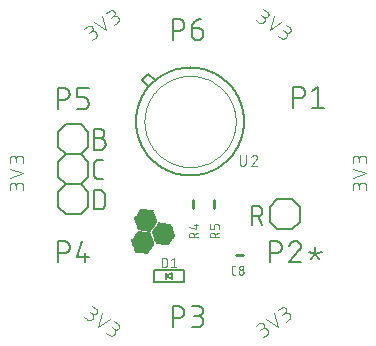
<source format=gbr>
G04 EAGLE Gerber RS-274X export*
G75*
%MOMM*%
%FSLAX34Y34*%
%LPD*%
%INSilkscreen Top*%
%IPPOS*%
%AMOC8*
5,1,8,0,0,1.08239X$1,22.5*%
G01*
%ADD10C,0.152400*%
%ADD11C,0.101600*%
%ADD12R,0.014731X0.014731*%
%ADD13R,0.147319X0.014731*%
%ADD14R,0.265175X0.014731*%
%ADD15R,0.383031X0.014731*%
%ADD16R,0.515619X0.014731*%
%ADD17R,0.633475X0.014731*%
%ADD18R,0.751331X0.014731*%
%ADD19R,0.883919X0.014731*%
%ADD20R,1.001775X0.014731*%
%ADD21R,1.119631X0.014731*%
%ADD22R,1.134363X0.014731*%
%ADD23R,1.149094X0.014731*%
%ADD24R,1.163825X0.014731*%
%ADD25R,1.178556X0.014731*%
%ADD26R,1.193288X0.014731*%
%ADD27R,1.222756X0.014731*%
%ADD28R,1.237488X0.014731*%
%ADD29R,1.266950X0.014731*%
%ADD30R,1.281681X0.014731*%
%ADD31R,1.311144X0.014731*%
%ADD32R,1.325881X0.014731*%
%ADD33R,1.355344X0.014731*%
%ADD34R,1.370075X0.014731*%
%ADD35R,1.384806X0.014731*%
%ADD36R,1.399538X0.014731*%
%ADD37R,1.414275X0.014731*%
%ADD38R,1.443738X0.014731*%
%ADD39R,1.458469X0.014731*%
%ADD40R,1.487931X0.014731*%
%ADD41R,1.502663X0.014731*%
%ADD42R,1.517394X0.014731*%
%ADD43R,1.532125X0.014731*%
%ADD44R,1.546856X0.014731*%
%ADD45R,1.576319X0.014731*%
%ADD46R,1.605788X0.014731*%
%ADD47R,1.620519X0.014731*%
%ADD48R,1.649981X0.014731*%
%ADD49R,1.664713X0.014731*%
%ADD50R,1.694175X0.014731*%
%ADD51R,1.708913X0.014731*%
%ADD52R,1.738375X0.014731*%
%ADD53R,1.753106X0.014731*%
%ADD54R,1.767838X0.014731*%
%ADD55R,1.782569X0.014731*%
%ADD56R,1.797306X0.014731*%
%ADD57R,0.117856X0.014731*%
%ADD58R,1.826769X0.014731*%
%ADD59R,0.235713X0.014731*%
%ADD60R,0.353569X0.014731*%
%ADD61R,1.856231X0.014731*%
%ADD62R,0.486156X0.014731*%
%ADD63R,1.870963X0.014731*%
%ADD64R,0.604013X0.014731*%
%ADD65R,0.721869X0.014731*%
%ADD66R,1.885694X0.014731*%
%ADD67R,0.839719X0.014731*%
%ADD68R,0.972306X0.014731*%
%ADD69R,1.090169X0.014731*%
%ADD70R,1.208025X0.014731*%
%ADD71R,1.252219X0.014731*%
%ADD72R,1.296412X0.014731*%
%ADD73R,1.340612X0.014731*%
%ADD74R,1.826763X0.014731*%
%ADD75R,1.414269X0.014731*%
%ADD76R,1.812031X0.014731*%
%ADD77R,1.429000X0.014731*%
%ADD78R,1.458462X0.014731*%
%ADD79R,1.473200X0.014731*%
%ADD80R,1.723644X0.014731*%
%ADD81R,1.694181X0.014731*%
%ADD82R,1.679450X0.014731*%
%ADD83R,1.561594X0.014731*%
%ADD84R,1.576325X0.014731*%
%ADD85R,1.591056X0.014731*%
%ADD86R,1.635250X0.014731*%
%ADD87R,1.561588X0.014731*%
%ADD88R,1.443731X0.014731*%
%ADD89R,1.797300X0.014731*%
%ADD90R,1.841500X0.014731*%
%ADD91R,1.311150X0.014731*%
%ADD92R,1.296419X0.014731*%
%ADD93R,1.193294X0.014731*%
%ADD94R,0.957575X0.014731*%
%ADD95R,0.589281X0.014731*%
%ADD96R,0.471425X0.014731*%
%ADD97R,0.220975X0.014731*%
%ADD98R,1.812038X0.014731*%
%ADD99R,0.103119X0.014731*%
%ADD100R,0.029463X0.014731*%
%ADD101R,0.162050X0.014731*%
%ADD102R,0.397763X0.014731*%
%ADD103R,0.648206X0.014731*%
%ADD104R,1.679444X0.014731*%
%ADD105R,1.016506X0.014731*%
%ADD106R,1.104900X0.014731*%
%ADD107R,1.222750X0.014731*%
%ADD108R,1.429006X0.014731*%
%ADD109R,1.208019X0.014731*%
%ADD110R,0.987044X0.014731*%
%ADD111R,0.854456X0.014731*%
%ADD112R,0.618744X0.014731*%
%ADD113R,0.500888X0.014731*%
%ADD114R,0.368300X0.014731*%
%ADD115R,0.132587X0.014731*%
%ADD116R,1.664719X0.014731*%
%ADD117R,1.075438X0.014731*%
%ADD118R,0.942844X0.014731*%
%ADD119R,0.707131X0.014731*%
%ADD120R,0.456694X0.014731*%
%ADD121R,0.088388X0.014731*%
%ADD122C,0.127000*%
%ADD123C,0.050800*%
%ADD124C,0.076200*%
%ADD125C,0.254000*%


D10*
X-80066Y180220D02*
X-75127Y180220D01*
X-74987Y180218D01*
X-74848Y180212D01*
X-74708Y180202D01*
X-74569Y180188D01*
X-74430Y180171D01*
X-74292Y180149D01*
X-74155Y180123D01*
X-74018Y180094D01*
X-73882Y180061D01*
X-73748Y180024D01*
X-73614Y179983D01*
X-73482Y179938D01*
X-73350Y179889D01*
X-73221Y179837D01*
X-73093Y179782D01*
X-72966Y179722D01*
X-72841Y179659D01*
X-72718Y179593D01*
X-72597Y179523D01*
X-72478Y179450D01*
X-72361Y179373D01*
X-72247Y179293D01*
X-72134Y179210D01*
X-72024Y179124D01*
X-71917Y179034D01*
X-71812Y178942D01*
X-71710Y178847D01*
X-71610Y178749D01*
X-71513Y178648D01*
X-71419Y178544D01*
X-71329Y178438D01*
X-71241Y178329D01*
X-71156Y178218D01*
X-71075Y178104D01*
X-70996Y177989D01*
X-70921Y177871D01*
X-70850Y177751D01*
X-70782Y177628D01*
X-70717Y177505D01*
X-70656Y177379D01*
X-70598Y177251D01*
X-70544Y177123D01*
X-70494Y176992D01*
X-70447Y176860D01*
X-70404Y176727D01*
X-70365Y176593D01*
X-70330Y176458D01*
X-70299Y176322D01*
X-70271Y176184D01*
X-70248Y176047D01*
X-70228Y175908D01*
X-70212Y175769D01*
X-70200Y175630D01*
X-70192Y175491D01*
X-70188Y175351D01*
X-70188Y175211D01*
X-70192Y175071D01*
X-70200Y174932D01*
X-70212Y174793D01*
X-70228Y174654D01*
X-70248Y174515D01*
X-70271Y174378D01*
X-70299Y174240D01*
X-70330Y174104D01*
X-70365Y173969D01*
X-70404Y173835D01*
X-70447Y173702D01*
X-70494Y173570D01*
X-70544Y173439D01*
X-70598Y173311D01*
X-70656Y173183D01*
X-70717Y173057D01*
X-70782Y172934D01*
X-70850Y172812D01*
X-70921Y172691D01*
X-70996Y172573D01*
X-71075Y172458D01*
X-71156Y172344D01*
X-71241Y172233D01*
X-71329Y172124D01*
X-71419Y172018D01*
X-71513Y171914D01*
X-71610Y171813D01*
X-71710Y171715D01*
X-71812Y171620D01*
X-71917Y171528D01*
X-72024Y171438D01*
X-72134Y171352D01*
X-72247Y171269D01*
X-72361Y171189D01*
X-72478Y171112D01*
X-72597Y171039D01*
X-72718Y170969D01*
X-72841Y170903D01*
X-72966Y170840D01*
X-73093Y170780D01*
X-73221Y170725D01*
X-73350Y170673D01*
X-73482Y170624D01*
X-73614Y170579D01*
X-73748Y170538D01*
X-73882Y170501D01*
X-74018Y170468D01*
X-74155Y170439D01*
X-74292Y170413D01*
X-74430Y170391D01*
X-74569Y170374D01*
X-74708Y170360D01*
X-74848Y170350D01*
X-74987Y170344D01*
X-75127Y170342D01*
X-75127Y170343D02*
X-80066Y170343D01*
X-80066Y188123D01*
X-75127Y188123D01*
X-75127Y188122D02*
X-75003Y188120D01*
X-74879Y188114D01*
X-74755Y188104D01*
X-74632Y188091D01*
X-74509Y188073D01*
X-74387Y188052D01*
X-74265Y188027D01*
X-74144Y187998D01*
X-74025Y187965D01*
X-73906Y187929D01*
X-73789Y187888D01*
X-73673Y187845D01*
X-73558Y187797D01*
X-73445Y187746D01*
X-73333Y187691D01*
X-73224Y187633D01*
X-73116Y187572D01*
X-73010Y187507D01*
X-72906Y187439D01*
X-72805Y187367D01*
X-72705Y187293D01*
X-72609Y187215D01*
X-72514Y187135D01*
X-72422Y187051D01*
X-72333Y186965D01*
X-72247Y186876D01*
X-72163Y186784D01*
X-72083Y186689D01*
X-72005Y186593D01*
X-71931Y186493D01*
X-71859Y186392D01*
X-71791Y186288D01*
X-71726Y186182D01*
X-71665Y186074D01*
X-71607Y185965D01*
X-71552Y185853D01*
X-71501Y185740D01*
X-71453Y185625D01*
X-71410Y185509D01*
X-71369Y185392D01*
X-71333Y185273D01*
X-71300Y185154D01*
X-71271Y185033D01*
X-71246Y184911D01*
X-71225Y184789D01*
X-71207Y184666D01*
X-71194Y184543D01*
X-71184Y184419D01*
X-71178Y184295D01*
X-71176Y184171D01*
X-71178Y184047D01*
X-71184Y183923D01*
X-71194Y183799D01*
X-71207Y183676D01*
X-71225Y183553D01*
X-71246Y183431D01*
X-71271Y183309D01*
X-71300Y183188D01*
X-71333Y183069D01*
X-71369Y182950D01*
X-71410Y182833D01*
X-71453Y182717D01*
X-71501Y182602D01*
X-71552Y182489D01*
X-71607Y182377D01*
X-71665Y182268D01*
X-71726Y182160D01*
X-71791Y182054D01*
X-71859Y181950D01*
X-71931Y181849D01*
X-72005Y181749D01*
X-72083Y181653D01*
X-72163Y181558D01*
X-72247Y181466D01*
X-72333Y181377D01*
X-72422Y181291D01*
X-72514Y181207D01*
X-72609Y181127D01*
X-72705Y181049D01*
X-72805Y180975D01*
X-72906Y180903D01*
X-73010Y180835D01*
X-73116Y180770D01*
X-73224Y180709D01*
X-73333Y180651D01*
X-73445Y180596D01*
X-73558Y180545D01*
X-73673Y180497D01*
X-73789Y180454D01*
X-73906Y180413D01*
X-74025Y180377D01*
X-74144Y180344D01*
X-74265Y180315D01*
X-74387Y180290D01*
X-74509Y180269D01*
X-74632Y180251D01*
X-74755Y180238D01*
X-74879Y180228D01*
X-75003Y180222D01*
X-75127Y180220D01*
X-79720Y136131D02*
X-79720Y119875D01*
X-79720Y136131D02*
X-75205Y136131D01*
X-75205Y136132D02*
X-75074Y136130D01*
X-74942Y136124D01*
X-74811Y136115D01*
X-74681Y136101D01*
X-74550Y136084D01*
X-74421Y136063D01*
X-74292Y136039D01*
X-74164Y136010D01*
X-74036Y135978D01*
X-73910Y135942D01*
X-73785Y135903D01*
X-73660Y135860D01*
X-73538Y135813D01*
X-73416Y135763D01*
X-73296Y135709D01*
X-73178Y135652D01*
X-73062Y135591D01*
X-72947Y135527D01*
X-72834Y135460D01*
X-72723Y135389D01*
X-72615Y135315D01*
X-72508Y135238D01*
X-72404Y135158D01*
X-72302Y135075D01*
X-72203Y134990D01*
X-72106Y134901D01*
X-72012Y134809D01*
X-71920Y134715D01*
X-71831Y134618D01*
X-71746Y134519D01*
X-71663Y134417D01*
X-71583Y134313D01*
X-71506Y134206D01*
X-71432Y134098D01*
X-71361Y133987D01*
X-71294Y133874D01*
X-71230Y133759D01*
X-71169Y133643D01*
X-71112Y133525D01*
X-71058Y133405D01*
X-71008Y133283D01*
X-70961Y133161D01*
X-70918Y133036D01*
X-70879Y132911D01*
X-70843Y132785D01*
X-70811Y132657D01*
X-70782Y132529D01*
X-70758Y132400D01*
X-70737Y132271D01*
X-70720Y132140D01*
X-70706Y132010D01*
X-70697Y131879D01*
X-70691Y131747D01*
X-70689Y131616D01*
X-70689Y124391D01*
X-70691Y124260D01*
X-70697Y124128D01*
X-70706Y123997D01*
X-70720Y123867D01*
X-70737Y123736D01*
X-70758Y123607D01*
X-70782Y123478D01*
X-70811Y123350D01*
X-70843Y123222D01*
X-70879Y123096D01*
X-70918Y122971D01*
X-70961Y122846D01*
X-71008Y122724D01*
X-71058Y122602D01*
X-71112Y122482D01*
X-71169Y122364D01*
X-71230Y122248D01*
X-71294Y122133D01*
X-71361Y122020D01*
X-71432Y121909D01*
X-71506Y121801D01*
X-71583Y121694D01*
X-71663Y121590D01*
X-71746Y121488D01*
X-71831Y121389D01*
X-71920Y121292D01*
X-72012Y121198D01*
X-72106Y121106D01*
X-72203Y121017D01*
X-72302Y120932D01*
X-72404Y120849D01*
X-72508Y120769D01*
X-72615Y120692D01*
X-72723Y120618D01*
X-72834Y120547D01*
X-72947Y120480D01*
X-73062Y120416D01*
X-73178Y120355D01*
X-73296Y120298D01*
X-73416Y120244D01*
X-73538Y120194D01*
X-73660Y120147D01*
X-73785Y120104D01*
X-73910Y120065D01*
X-74036Y120029D01*
X-74164Y119997D01*
X-74292Y119968D01*
X-74421Y119944D01*
X-74550Y119923D01*
X-74681Y119906D01*
X-74811Y119892D01*
X-74942Y119883D01*
X-75074Y119877D01*
X-75205Y119875D01*
X-79720Y119875D01*
X-76390Y145753D02*
X-72778Y145753D01*
X-76390Y145753D02*
X-76508Y145755D01*
X-76626Y145761D01*
X-76744Y145770D01*
X-76861Y145784D01*
X-76978Y145801D01*
X-77095Y145822D01*
X-77210Y145847D01*
X-77325Y145876D01*
X-77439Y145909D01*
X-77551Y145945D01*
X-77662Y145985D01*
X-77772Y146028D01*
X-77881Y146075D01*
X-77988Y146125D01*
X-78093Y146180D01*
X-78196Y146237D01*
X-78297Y146298D01*
X-78397Y146362D01*
X-78494Y146429D01*
X-78589Y146499D01*
X-78681Y146573D01*
X-78772Y146649D01*
X-78859Y146729D01*
X-78944Y146811D01*
X-79026Y146896D01*
X-79106Y146983D01*
X-79182Y147074D01*
X-79256Y147166D01*
X-79326Y147261D01*
X-79393Y147358D01*
X-79457Y147458D01*
X-79518Y147559D01*
X-79575Y147662D01*
X-79630Y147767D01*
X-79680Y147874D01*
X-79727Y147983D01*
X-79770Y148093D01*
X-79810Y148204D01*
X-79846Y148316D01*
X-79879Y148430D01*
X-79908Y148545D01*
X-79933Y148660D01*
X-79954Y148777D01*
X-79971Y148894D01*
X-79985Y149011D01*
X-79994Y149129D01*
X-80000Y149247D01*
X-80002Y149365D01*
X-80002Y158396D01*
X-80000Y158514D01*
X-79994Y158632D01*
X-79985Y158750D01*
X-79971Y158867D01*
X-79954Y158984D01*
X-79933Y159101D01*
X-79908Y159216D01*
X-79879Y159331D01*
X-79846Y159445D01*
X-79810Y159557D01*
X-79770Y159668D01*
X-79727Y159778D01*
X-79680Y159887D01*
X-79630Y159994D01*
X-79575Y160099D01*
X-79518Y160202D01*
X-79457Y160303D01*
X-79393Y160403D01*
X-79326Y160500D01*
X-79256Y160595D01*
X-79182Y160687D01*
X-79106Y160778D01*
X-79026Y160865D01*
X-78944Y160950D01*
X-78859Y161032D01*
X-78772Y161112D01*
X-78681Y161188D01*
X-78589Y161262D01*
X-78494Y161332D01*
X-78397Y161399D01*
X-78297Y161463D01*
X-78196Y161524D01*
X-78093Y161581D01*
X-77988Y161636D01*
X-77881Y161686D01*
X-77772Y161733D01*
X-77662Y161776D01*
X-77551Y161816D01*
X-77439Y161852D01*
X-77325Y161885D01*
X-77210Y161914D01*
X-77095Y161939D01*
X-76978Y161960D01*
X-76861Y161977D01*
X-76744Y161991D01*
X-76626Y162000D01*
X-76508Y162006D01*
X-76390Y162008D01*
X-76390Y162009D02*
X-72778Y162009D01*
D11*
X56718Y279952D02*
X59376Y278090D01*
X59470Y278027D01*
X59566Y277967D01*
X59664Y277910D01*
X59764Y277857D01*
X59866Y277807D01*
X59970Y277761D01*
X60075Y277719D01*
X60181Y277680D01*
X60289Y277645D01*
X60398Y277614D01*
X60508Y277586D01*
X60619Y277563D01*
X60730Y277543D01*
X60842Y277527D01*
X60955Y277515D01*
X61068Y277507D01*
X61181Y277503D01*
X61295Y277503D01*
X61408Y277507D01*
X61521Y277515D01*
X61634Y277527D01*
X61746Y277543D01*
X61857Y277563D01*
X61968Y277586D01*
X62078Y277614D01*
X62187Y277645D01*
X62295Y277680D01*
X62401Y277719D01*
X62506Y277761D01*
X62610Y277807D01*
X62712Y277857D01*
X62812Y277910D01*
X62910Y277967D01*
X63006Y278027D01*
X63100Y278090D01*
X63191Y278157D01*
X63281Y278226D01*
X63368Y278299D01*
X63452Y278375D01*
X63533Y278454D01*
X63612Y278535D01*
X63688Y278619D01*
X63761Y278706D01*
X63830Y278796D01*
X63897Y278887D01*
X63960Y278981D01*
X64020Y279077D01*
X64077Y279175D01*
X64130Y279275D01*
X64180Y279377D01*
X64226Y279481D01*
X64268Y279586D01*
X64307Y279692D01*
X64342Y279800D01*
X64373Y279909D01*
X64401Y280019D01*
X64424Y280130D01*
X64444Y280241D01*
X64460Y280353D01*
X64472Y280466D01*
X64480Y280579D01*
X64484Y280692D01*
X64484Y280806D01*
X64480Y280919D01*
X64472Y281032D01*
X64460Y281145D01*
X64444Y281257D01*
X64424Y281368D01*
X64401Y281479D01*
X64373Y281589D01*
X64342Y281698D01*
X64307Y281806D01*
X64268Y281912D01*
X64226Y282017D01*
X64180Y282121D01*
X64130Y282223D01*
X64077Y282323D01*
X64020Y282421D01*
X63960Y282517D01*
X63897Y282611D01*
X63830Y282702D01*
X63761Y282792D01*
X63688Y282879D01*
X63612Y282963D01*
X63533Y283044D01*
X63452Y283123D01*
X63368Y283199D01*
X63281Y283272D01*
X63192Y283341D01*
X63100Y283408D01*
X66610Y287289D02*
X63419Y289523D01*
X66609Y287289D02*
X66690Y287229D01*
X66769Y287167D01*
X66846Y287101D01*
X66920Y287033D01*
X66991Y286962D01*
X67059Y286888D01*
X67125Y286811D01*
X67187Y286732D01*
X67247Y286651D01*
X67303Y286567D01*
X67356Y286482D01*
X67405Y286394D01*
X67451Y286305D01*
X67494Y286213D01*
X67533Y286120D01*
X67568Y286026D01*
X67600Y285931D01*
X67628Y285834D01*
X67652Y285736D01*
X67672Y285638D01*
X67689Y285538D01*
X67701Y285438D01*
X67710Y285338D01*
X67715Y285238D01*
X67716Y285137D01*
X67713Y285036D01*
X67706Y284936D01*
X67695Y284836D01*
X67681Y284736D01*
X67662Y284637D01*
X67640Y284539D01*
X67614Y284442D01*
X67584Y284345D01*
X67551Y284251D01*
X67514Y284157D01*
X67473Y284065D01*
X67428Y283974D01*
X67381Y283886D01*
X67329Y283799D01*
X67275Y283715D01*
X67217Y283632D01*
X67156Y283552D01*
X67092Y283474D01*
X67025Y283399D01*
X66956Y283326D01*
X66883Y283257D01*
X66808Y283190D01*
X66730Y283126D01*
X66650Y283065D01*
X66567Y283007D01*
X66483Y282953D01*
X66396Y282901D01*
X66308Y282854D01*
X66217Y282809D01*
X66125Y282768D01*
X66031Y282731D01*
X65937Y282698D01*
X65840Y282668D01*
X65743Y282642D01*
X65645Y282620D01*
X65546Y282601D01*
X65446Y282587D01*
X65346Y282576D01*
X65246Y282569D01*
X65145Y282566D01*
X65044Y282567D01*
X64944Y282572D01*
X64844Y282581D01*
X64744Y282593D01*
X64644Y282610D01*
X64546Y282630D01*
X64448Y282654D01*
X64351Y282682D01*
X64256Y282714D01*
X64162Y282749D01*
X64069Y282788D01*
X63977Y282831D01*
X63888Y282877D01*
X63800Y282926D01*
X63715Y282979D01*
X63631Y283035D01*
X61504Y284525D01*
X72250Y283339D02*
X68739Y271534D01*
X78631Y278872D01*
X75443Y266840D02*
X78102Y264978D01*
X78196Y264915D01*
X78292Y264855D01*
X78390Y264798D01*
X78490Y264745D01*
X78592Y264695D01*
X78696Y264649D01*
X78801Y264607D01*
X78907Y264568D01*
X79015Y264533D01*
X79124Y264502D01*
X79234Y264474D01*
X79345Y264451D01*
X79456Y264431D01*
X79568Y264415D01*
X79681Y264403D01*
X79794Y264395D01*
X79907Y264391D01*
X80021Y264391D01*
X80134Y264395D01*
X80247Y264403D01*
X80360Y264415D01*
X80472Y264431D01*
X80583Y264451D01*
X80694Y264474D01*
X80804Y264502D01*
X80913Y264533D01*
X81021Y264568D01*
X81127Y264607D01*
X81232Y264649D01*
X81336Y264695D01*
X81438Y264745D01*
X81538Y264798D01*
X81636Y264855D01*
X81732Y264915D01*
X81826Y264978D01*
X81917Y265045D01*
X82007Y265114D01*
X82094Y265187D01*
X82178Y265263D01*
X82259Y265342D01*
X82338Y265423D01*
X82414Y265507D01*
X82487Y265594D01*
X82556Y265684D01*
X82623Y265775D01*
X82686Y265869D01*
X82746Y265965D01*
X82803Y266063D01*
X82856Y266163D01*
X82906Y266265D01*
X82952Y266369D01*
X82994Y266474D01*
X83033Y266580D01*
X83068Y266688D01*
X83099Y266797D01*
X83127Y266907D01*
X83150Y267018D01*
X83170Y267129D01*
X83186Y267241D01*
X83198Y267354D01*
X83206Y267467D01*
X83210Y267580D01*
X83210Y267694D01*
X83206Y267807D01*
X83198Y267920D01*
X83186Y268033D01*
X83170Y268145D01*
X83150Y268256D01*
X83127Y268367D01*
X83099Y268477D01*
X83068Y268586D01*
X83033Y268694D01*
X82994Y268800D01*
X82952Y268905D01*
X82906Y269009D01*
X82856Y269111D01*
X82803Y269211D01*
X82746Y269309D01*
X82686Y269405D01*
X82623Y269499D01*
X82556Y269590D01*
X82487Y269680D01*
X82414Y269767D01*
X82338Y269851D01*
X82259Y269932D01*
X82178Y270011D01*
X82094Y270087D01*
X82007Y270160D01*
X81918Y270229D01*
X81826Y270296D01*
X85335Y274177D02*
X82145Y276411D01*
X85335Y274177D02*
X85416Y274117D01*
X85495Y274055D01*
X85572Y273989D01*
X85646Y273921D01*
X85717Y273850D01*
X85785Y273776D01*
X85851Y273699D01*
X85913Y273620D01*
X85973Y273539D01*
X86029Y273455D01*
X86082Y273370D01*
X86131Y273282D01*
X86177Y273193D01*
X86220Y273101D01*
X86259Y273008D01*
X86294Y272914D01*
X86326Y272819D01*
X86354Y272722D01*
X86378Y272624D01*
X86398Y272526D01*
X86415Y272426D01*
X86427Y272326D01*
X86436Y272226D01*
X86441Y272126D01*
X86442Y272025D01*
X86439Y271924D01*
X86432Y271824D01*
X86421Y271724D01*
X86407Y271624D01*
X86388Y271525D01*
X86366Y271427D01*
X86340Y271330D01*
X86310Y271233D01*
X86277Y271139D01*
X86240Y271045D01*
X86199Y270953D01*
X86154Y270862D01*
X86107Y270774D01*
X86055Y270687D01*
X86001Y270603D01*
X85943Y270520D01*
X85882Y270440D01*
X85818Y270362D01*
X85751Y270287D01*
X85682Y270214D01*
X85609Y270145D01*
X85534Y270078D01*
X85456Y270014D01*
X85376Y269953D01*
X85293Y269895D01*
X85209Y269841D01*
X85122Y269789D01*
X85034Y269742D01*
X84943Y269697D01*
X84851Y269656D01*
X84757Y269619D01*
X84663Y269586D01*
X84566Y269556D01*
X84469Y269530D01*
X84371Y269508D01*
X84272Y269489D01*
X84172Y269475D01*
X84072Y269464D01*
X83972Y269457D01*
X83871Y269454D01*
X83770Y269455D01*
X83670Y269460D01*
X83570Y269469D01*
X83470Y269481D01*
X83370Y269498D01*
X83272Y269518D01*
X83174Y269542D01*
X83077Y269570D01*
X82982Y269602D01*
X82888Y269637D01*
X82795Y269676D01*
X82703Y269719D01*
X82614Y269765D01*
X82526Y269814D01*
X82441Y269867D01*
X82357Y269923D01*
X80230Y271413D01*
X150532Y139190D02*
X150532Y135944D01*
X150532Y139190D02*
X150530Y139303D01*
X150524Y139416D01*
X150514Y139529D01*
X150500Y139642D01*
X150483Y139754D01*
X150461Y139865D01*
X150436Y139975D01*
X150406Y140085D01*
X150373Y140193D01*
X150336Y140300D01*
X150296Y140406D01*
X150251Y140510D01*
X150203Y140613D01*
X150152Y140714D01*
X150097Y140813D01*
X150039Y140910D01*
X149977Y141005D01*
X149912Y141098D01*
X149844Y141188D01*
X149773Y141276D01*
X149698Y141362D01*
X149621Y141445D01*
X149541Y141525D01*
X149458Y141602D01*
X149372Y141677D01*
X149284Y141748D01*
X149194Y141816D01*
X149101Y141881D01*
X149006Y141943D01*
X148909Y142001D01*
X148810Y142056D01*
X148709Y142107D01*
X148606Y142155D01*
X148502Y142200D01*
X148396Y142240D01*
X148289Y142277D01*
X148181Y142310D01*
X148071Y142340D01*
X147961Y142365D01*
X147850Y142387D01*
X147738Y142404D01*
X147625Y142418D01*
X147512Y142428D01*
X147399Y142434D01*
X147286Y142436D01*
X147173Y142434D01*
X147060Y142428D01*
X146947Y142418D01*
X146834Y142404D01*
X146722Y142387D01*
X146611Y142365D01*
X146501Y142340D01*
X146391Y142310D01*
X146283Y142277D01*
X146176Y142240D01*
X146070Y142200D01*
X145966Y142155D01*
X145863Y142107D01*
X145762Y142056D01*
X145663Y142001D01*
X145566Y141943D01*
X145471Y141881D01*
X145378Y141816D01*
X145288Y141748D01*
X145200Y141677D01*
X145114Y141602D01*
X145031Y141525D01*
X144951Y141445D01*
X144874Y141362D01*
X144799Y141276D01*
X144728Y141188D01*
X144660Y141098D01*
X144595Y141005D01*
X144533Y140910D01*
X144475Y140813D01*
X144420Y140714D01*
X144369Y140613D01*
X144321Y140510D01*
X144276Y140406D01*
X144236Y140300D01*
X144199Y140193D01*
X144166Y140085D01*
X144136Y139975D01*
X144111Y139865D01*
X144089Y139754D01*
X144072Y139642D01*
X144058Y139529D01*
X144048Y139416D01*
X144042Y139303D01*
X144040Y139190D01*
X138848Y139839D02*
X138848Y135944D01*
X138848Y139839D02*
X138850Y139940D01*
X138856Y140040D01*
X138866Y140140D01*
X138879Y140240D01*
X138897Y140339D01*
X138918Y140438D01*
X138943Y140535D01*
X138972Y140632D01*
X139005Y140727D01*
X139041Y140821D01*
X139081Y140913D01*
X139124Y141004D01*
X139171Y141093D01*
X139221Y141180D01*
X139275Y141266D01*
X139332Y141349D01*
X139392Y141429D01*
X139455Y141508D01*
X139522Y141584D01*
X139591Y141657D01*
X139663Y141727D01*
X139737Y141795D01*
X139814Y141860D01*
X139894Y141921D01*
X139976Y141980D01*
X140060Y142035D01*
X140146Y142087D01*
X140234Y142136D01*
X140324Y142181D01*
X140416Y142223D01*
X140509Y142261D01*
X140604Y142295D01*
X140699Y142326D01*
X140796Y142353D01*
X140894Y142376D01*
X140993Y142396D01*
X141093Y142411D01*
X141193Y142423D01*
X141293Y142431D01*
X141394Y142435D01*
X141494Y142435D01*
X141595Y142431D01*
X141695Y142423D01*
X141795Y142411D01*
X141895Y142396D01*
X141994Y142376D01*
X142092Y142353D01*
X142189Y142326D01*
X142284Y142295D01*
X142379Y142261D01*
X142472Y142223D01*
X142564Y142181D01*
X142654Y142136D01*
X142742Y142087D01*
X142828Y142035D01*
X142912Y141980D01*
X142994Y141921D01*
X143074Y141860D01*
X143151Y141795D01*
X143225Y141727D01*
X143297Y141657D01*
X143366Y141584D01*
X143433Y141508D01*
X143496Y141429D01*
X143556Y141349D01*
X143613Y141266D01*
X143667Y141180D01*
X143717Y141093D01*
X143764Y141004D01*
X143807Y140913D01*
X143847Y140821D01*
X143883Y140727D01*
X143916Y140632D01*
X143945Y140535D01*
X143970Y140438D01*
X143991Y140339D01*
X144009Y140240D01*
X144022Y140140D01*
X144032Y140040D01*
X144038Y139940D01*
X144040Y139839D01*
X144041Y139839D02*
X144041Y137243D01*
X138848Y146725D02*
X150532Y150620D01*
X138848Y154515D01*
X150532Y158804D02*
X150532Y162050D01*
X150530Y162163D01*
X150524Y162276D01*
X150514Y162389D01*
X150500Y162502D01*
X150483Y162614D01*
X150461Y162725D01*
X150436Y162835D01*
X150406Y162945D01*
X150373Y163053D01*
X150336Y163160D01*
X150296Y163266D01*
X150251Y163370D01*
X150203Y163473D01*
X150152Y163574D01*
X150097Y163673D01*
X150039Y163770D01*
X149977Y163865D01*
X149912Y163958D01*
X149844Y164048D01*
X149773Y164136D01*
X149698Y164222D01*
X149621Y164305D01*
X149541Y164385D01*
X149458Y164462D01*
X149372Y164537D01*
X149284Y164608D01*
X149194Y164676D01*
X149101Y164741D01*
X149006Y164803D01*
X148909Y164861D01*
X148810Y164916D01*
X148709Y164967D01*
X148606Y165015D01*
X148502Y165060D01*
X148396Y165100D01*
X148289Y165137D01*
X148181Y165170D01*
X148071Y165200D01*
X147961Y165225D01*
X147850Y165247D01*
X147738Y165264D01*
X147625Y165278D01*
X147512Y165288D01*
X147399Y165294D01*
X147286Y165296D01*
X147173Y165294D01*
X147060Y165288D01*
X146947Y165278D01*
X146834Y165264D01*
X146722Y165247D01*
X146611Y165225D01*
X146501Y165200D01*
X146391Y165170D01*
X146283Y165137D01*
X146176Y165100D01*
X146070Y165060D01*
X145966Y165015D01*
X145863Y164967D01*
X145762Y164916D01*
X145663Y164861D01*
X145566Y164803D01*
X145471Y164741D01*
X145378Y164676D01*
X145288Y164608D01*
X145200Y164537D01*
X145114Y164462D01*
X145031Y164385D01*
X144951Y164305D01*
X144874Y164222D01*
X144799Y164136D01*
X144728Y164048D01*
X144660Y163958D01*
X144595Y163865D01*
X144533Y163770D01*
X144475Y163673D01*
X144420Y163574D01*
X144369Y163473D01*
X144321Y163370D01*
X144276Y163266D01*
X144236Y163160D01*
X144199Y163053D01*
X144166Y162945D01*
X144136Y162835D01*
X144111Y162725D01*
X144089Y162614D01*
X144072Y162502D01*
X144058Y162389D01*
X144048Y162276D01*
X144042Y162163D01*
X144040Y162050D01*
X138848Y162699D02*
X138848Y158804D01*
X138848Y162699D02*
X138850Y162800D01*
X138856Y162900D01*
X138866Y163000D01*
X138879Y163100D01*
X138897Y163199D01*
X138918Y163298D01*
X138943Y163395D01*
X138972Y163492D01*
X139005Y163587D01*
X139041Y163681D01*
X139081Y163773D01*
X139124Y163864D01*
X139171Y163953D01*
X139221Y164040D01*
X139275Y164126D01*
X139332Y164209D01*
X139392Y164289D01*
X139455Y164368D01*
X139522Y164444D01*
X139591Y164517D01*
X139663Y164587D01*
X139737Y164655D01*
X139814Y164720D01*
X139894Y164781D01*
X139976Y164840D01*
X140060Y164895D01*
X140146Y164947D01*
X140234Y164996D01*
X140324Y165041D01*
X140416Y165083D01*
X140509Y165121D01*
X140604Y165155D01*
X140699Y165186D01*
X140796Y165213D01*
X140894Y165236D01*
X140993Y165256D01*
X141093Y165271D01*
X141193Y165283D01*
X141293Y165291D01*
X141394Y165295D01*
X141494Y165295D01*
X141595Y165291D01*
X141695Y165283D01*
X141795Y165271D01*
X141895Y165256D01*
X141994Y165236D01*
X142092Y165213D01*
X142189Y165186D01*
X142284Y165155D01*
X142379Y165121D01*
X142472Y165083D01*
X142564Y165041D01*
X142654Y164996D01*
X142742Y164947D01*
X142828Y164895D01*
X142912Y164840D01*
X142994Y164781D01*
X143074Y164720D01*
X143151Y164655D01*
X143225Y164587D01*
X143297Y164517D01*
X143366Y164444D01*
X143433Y164368D01*
X143496Y164289D01*
X143556Y164209D01*
X143613Y164126D01*
X143667Y164040D01*
X143717Y163953D01*
X143764Y163864D01*
X143807Y163773D01*
X143847Y163681D01*
X143883Y163587D01*
X143916Y163492D01*
X143945Y163395D01*
X143970Y163298D01*
X143991Y163199D01*
X144009Y163100D01*
X144022Y163000D01*
X144032Y162900D01*
X144038Y162800D01*
X144040Y162699D01*
X144041Y162699D02*
X144041Y160103D01*
X66078Y13579D02*
X63419Y11717D01*
X66078Y13578D02*
X66169Y13645D01*
X66259Y13714D01*
X66346Y13787D01*
X66430Y13863D01*
X66511Y13942D01*
X66590Y14023D01*
X66666Y14107D01*
X66739Y14194D01*
X66808Y14284D01*
X66875Y14375D01*
X66938Y14469D01*
X66998Y14565D01*
X67055Y14663D01*
X67108Y14763D01*
X67158Y14865D01*
X67204Y14969D01*
X67246Y15074D01*
X67285Y15180D01*
X67320Y15288D01*
X67351Y15397D01*
X67379Y15507D01*
X67402Y15618D01*
X67422Y15729D01*
X67438Y15841D01*
X67450Y15954D01*
X67458Y16067D01*
X67462Y16180D01*
X67462Y16294D01*
X67458Y16407D01*
X67450Y16520D01*
X67438Y16633D01*
X67422Y16745D01*
X67402Y16856D01*
X67379Y16967D01*
X67351Y17077D01*
X67320Y17186D01*
X67285Y17294D01*
X67246Y17400D01*
X67204Y17505D01*
X67158Y17609D01*
X67108Y17711D01*
X67055Y17811D01*
X66998Y17909D01*
X66938Y18005D01*
X66875Y18099D01*
X66808Y18190D01*
X66739Y18280D01*
X66666Y18367D01*
X66590Y18451D01*
X66511Y18532D01*
X66430Y18611D01*
X66346Y18687D01*
X66259Y18760D01*
X66170Y18829D01*
X66078Y18896D01*
X65984Y18959D01*
X65888Y19019D01*
X65790Y19076D01*
X65690Y19129D01*
X65588Y19179D01*
X65484Y19225D01*
X65379Y19267D01*
X65273Y19306D01*
X65165Y19341D01*
X65056Y19372D01*
X64946Y19400D01*
X64835Y19423D01*
X64724Y19443D01*
X64612Y19459D01*
X64499Y19471D01*
X64386Y19479D01*
X64273Y19483D01*
X64159Y19483D01*
X64046Y19479D01*
X63933Y19471D01*
X63820Y19459D01*
X63708Y19443D01*
X63597Y19423D01*
X63486Y19400D01*
X63376Y19372D01*
X63267Y19341D01*
X63159Y19306D01*
X63053Y19267D01*
X62948Y19225D01*
X62844Y19179D01*
X62742Y19129D01*
X62642Y19076D01*
X62544Y19019D01*
X62448Y18959D01*
X62354Y18896D01*
X59908Y23522D02*
X56718Y21288D01*
X59908Y23522D02*
X59992Y23578D01*
X60077Y23631D01*
X60165Y23680D01*
X60254Y23726D01*
X60346Y23769D01*
X60439Y23808D01*
X60533Y23843D01*
X60628Y23875D01*
X60725Y23903D01*
X60823Y23927D01*
X60921Y23947D01*
X61021Y23964D01*
X61121Y23976D01*
X61221Y23985D01*
X61322Y23990D01*
X61422Y23991D01*
X61523Y23988D01*
X61623Y23981D01*
X61723Y23970D01*
X61823Y23956D01*
X61922Y23937D01*
X62020Y23915D01*
X62117Y23889D01*
X62214Y23859D01*
X62309Y23826D01*
X62402Y23789D01*
X62494Y23748D01*
X62585Y23703D01*
X62673Y23656D01*
X62760Y23604D01*
X62844Y23550D01*
X62927Y23492D01*
X63007Y23431D01*
X63085Y23367D01*
X63160Y23300D01*
X63233Y23231D01*
X63302Y23158D01*
X63369Y23083D01*
X63433Y23005D01*
X63494Y22925D01*
X63552Y22842D01*
X63606Y22758D01*
X63658Y22671D01*
X63705Y22583D01*
X63750Y22492D01*
X63791Y22400D01*
X63828Y22306D01*
X63861Y22212D01*
X63891Y22115D01*
X63917Y22018D01*
X63939Y21920D01*
X63958Y21821D01*
X63972Y21721D01*
X63983Y21621D01*
X63990Y21521D01*
X63993Y21420D01*
X63992Y21320D01*
X63987Y21219D01*
X63978Y21119D01*
X63966Y21019D01*
X63949Y20919D01*
X63929Y20821D01*
X63905Y20723D01*
X63877Y20626D01*
X63845Y20531D01*
X63810Y20437D01*
X63771Y20344D01*
X63728Y20252D01*
X63682Y20163D01*
X63633Y20075D01*
X63580Y19990D01*
X63524Y19906D01*
X63464Y19825D01*
X63402Y19746D01*
X63336Y19669D01*
X63268Y19595D01*
X63197Y19524D01*
X63123Y19456D01*
X63046Y19390D01*
X62967Y19328D01*
X62886Y19268D01*
X60760Y17779D01*
X65549Y27472D02*
X75441Y20134D01*
X71929Y31939D01*
X82145Y24829D02*
X84804Y26690D01*
X84895Y26757D01*
X84985Y26826D01*
X85072Y26899D01*
X85156Y26975D01*
X85237Y27054D01*
X85316Y27135D01*
X85392Y27219D01*
X85465Y27306D01*
X85534Y27396D01*
X85601Y27487D01*
X85664Y27581D01*
X85724Y27677D01*
X85781Y27775D01*
X85834Y27875D01*
X85884Y27977D01*
X85930Y28081D01*
X85972Y28186D01*
X86011Y28292D01*
X86046Y28400D01*
X86077Y28509D01*
X86105Y28619D01*
X86128Y28730D01*
X86148Y28841D01*
X86164Y28953D01*
X86176Y29066D01*
X86184Y29179D01*
X86188Y29292D01*
X86188Y29406D01*
X86184Y29519D01*
X86176Y29632D01*
X86164Y29745D01*
X86148Y29857D01*
X86128Y29968D01*
X86105Y30079D01*
X86077Y30189D01*
X86046Y30298D01*
X86011Y30406D01*
X85972Y30512D01*
X85930Y30617D01*
X85884Y30721D01*
X85834Y30823D01*
X85781Y30923D01*
X85724Y31021D01*
X85664Y31117D01*
X85601Y31211D01*
X85534Y31302D01*
X85465Y31392D01*
X85392Y31479D01*
X85316Y31563D01*
X85237Y31644D01*
X85156Y31723D01*
X85072Y31799D01*
X84985Y31872D01*
X84896Y31941D01*
X84804Y32008D01*
X84710Y32071D01*
X84614Y32131D01*
X84516Y32188D01*
X84416Y32241D01*
X84314Y32291D01*
X84210Y32337D01*
X84105Y32379D01*
X83999Y32418D01*
X83891Y32453D01*
X83782Y32484D01*
X83672Y32512D01*
X83561Y32535D01*
X83450Y32555D01*
X83338Y32571D01*
X83225Y32583D01*
X83112Y32591D01*
X82999Y32595D01*
X82885Y32595D01*
X82772Y32591D01*
X82659Y32583D01*
X82546Y32571D01*
X82434Y32555D01*
X82323Y32535D01*
X82212Y32512D01*
X82102Y32484D01*
X81993Y32453D01*
X81885Y32418D01*
X81779Y32379D01*
X81674Y32337D01*
X81570Y32291D01*
X81468Y32241D01*
X81368Y32188D01*
X81270Y32131D01*
X81174Y32071D01*
X81080Y32008D01*
X78634Y36634D02*
X75443Y34400D01*
X78634Y36634D02*
X78718Y36690D01*
X78803Y36743D01*
X78891Y36792D01*
X78980Y36838D01*
X79072Y36881D01*
X79165Y36920D01*
X79259Y36955D01*
X79354Y36987D01*
X79451Y37015D01*
X79549Y37039D01*
X79647Y37059D01*
X79747Y37076D01*
X79847Y37088D01*
X79947Y37097D01*
X80048Y37102D01*
X80148Y37103D01*
X80249Y37100D01*
X80349Y37093D01*
X80449Y37082D01*
X80549Y37068D01*
X80648Y37049D01*
X80746Y37027D01*
X80843Y37001D01*
X80940Y36971D01*
X81035Y36938D01*
X81128Y36901D01*
X81220Y36860D01*
X81311Y36815D01*
X81399Y36768D01*
X81486Y36716D01*
X81570Y36662D01*
X81653Y36604D01*
X81733Y36543D01*
X81811Y36479D01*
X81886Y36412D01*
X81959Y36343D01*
X82028Y36270D01*
X82095Y36195D01*
X82159Y36117D01*
X82220Y36037D01*
X82278Y35954D01*
X82332Y35870D01*
X82384Y35783D01*
X82431Y35695D01*
X82476Y35604D01*
X82517Y35512D01*
X82554Y35418D01*
X82587Y35324D01*
X82617Y35227D01*
X82643Y35130D01*
X82665Y35032D01*
X82684Y34933D01*
X82698Y34833D01*
X82709Y34733D01*
X82716Y34633D01*
X82719Y34532D01*
X82718Y34432D01*
X82713Y34331D01*
X82704Y34231D01*
X82692Y34131D01*
X82675Y34031D01*
X82655Y33933D01*
X82631Y33835D01*
X82603Y33738D01*
X82571Y33643D01*
X82536Y33549D01*
X82497Y33456D01*
X82454Y33364D01*
X82408Y33275D01*
X82359Y33187D01*
X82306Y33102D01*
X82250Y33018D01*
X82190Y32937D01*
X82128Y32858D01*
X82062Y32781D01*
X81994Y32707D01*
X81923Y32636D01*
X81849Y32568D01*
X81772Y32502D01*
X81693Y32440D01*
X81612Y32380D01*
X79485Y30891D01*
X-85824Y26690D02*
X-88482Y28552D01*
X-85824Y26690D02*
X-85730Y26627D01*
X-85634Y26567D01*
X-85536Y26510D01*
X-85436Y26457D01*
X-85334Y26407D01*
X-85230Y26361D01*
X-85125Y26319D01*
X-85019Y26280D01*
X-84911Y26245D01*
X-84802Y26214D01*
X-84692Y26186D01*
X-84581Y26163D01*
X-84470Y26143D01*
X-84358Y26127D01*
X-84245Y26115D01*
X-84132Y26107D01*
X-84019Y26103D01*
X-83905Y26103D01*
X-83792Y26107D01*
X-83679Y26115D01*
X-83566Y26127D01*
X-83454Y26143D01*
X-83343Y26163D01*
X-83232Y26186D01*
X-83122Y26214D01*
X-83013Y26245D01*
X-82905Y26280D01*
X-82799Y26319D01*
X-82694Y26361D01*
X-82590Y26407D01*
X-82488Y26457D01*
X-82388Y26510D01*
X-82290Y26567D01*
X-82194Y26627D01*
X-82100Y26690D01*
X-82009Y26757D01*
X-81919Y26826D01*
X-81832Y26899D01*
X-81748Y26975D01*
X-81667Y27054D01*
X-81588Y27135D01*
X-81512Y27219D01*
X-81439Y27306D01*
X-81370Y27396D01*
X-81303Y27487D01*
X-81240Y27581D01*
X-81180Y27677D01*
X-81123Y27775D01*
X-81070Y27875D01*
X-81020Y27977D01*
X-80974Y28081D01*
X-80932Y28186D01*
X-80893Y28292D01*
X-80858Y28400D01*
X-80827Y28509D01*
X-80799Y28619D01*
X-80776Y28730D01*
X-80756Y28841D01*
X-80740Y28953D01*
X-80728Y29066D01*
X-80720Y29179D01*
X-80716Y29292D01*
X-80716Y29406D01*
X-80720Y29519D01*
X-80728Y29632D01*
X-80740Y29745D01*
X-80756Y29857D01*
X-80776Y29968D01*
X-80799Y30079D01*
X-80827Y30189D01*
X-80858Y30298D01*
X-80893Y30406D01*
X-80932Y30512D01*
X-80974Y30617D01*
X-81020Y30721D01*
X-81070Y30823D01*
X-81123Y30923D01*
X-81180Y31021D01*
X-81240Y31117D01*
X-81303Y31211D01*
X-81370Y31302D01*
X-81439Y31392D01*
X-81512Y31479D01*
X-81588Y31563D01*
X-81667Y31644D01*
X-81748Y31723D01*
X-81832Y31799D01*
X-81919Y31872D01*
X-82008Y31941D01*
X-82100Y32008D01*
X-78590Y35889D02*
X-81781Y38123D01*
X-78591Y35889D02*
X-78510Y35829D01*
X-78431Y35767D01*
X-78354Y35701D01*
X-78280Y35633D01*
X-78209Y35562D01*
X-78141Y35488D01*
X-78075Y35411D01*
X-78013Y35332D01*
X-77953Y35251D01*
X-77897Y35167D01*
X-77844Y35082D01*
X-77795Y34994D01*
X-77749Y34905D01*
X-77706Y34813D01*
X-77667Y34720D01*
X-77632Y34626D01*
X-77600Y34531D01*
X-77572Y34434D01*
X-77548Y34336D01*
X-77528Y34238D01*
X-77511Y34138D01*
X-77499Y34038D01*
X-77490Y33938D01*
X-77485Y33837D01*
X-77484Y33737D01*
X-77487Y33636D01*
X-77494Y33536D01*
X-77505Y33436D01*
X-77519Y33336D01*
X-77538Y33237D01*
X-77560Y33139D01*
X-77586Y33042D01*
X-77616Y32945D01*
X-77649Y32851D01*
X-77686Y32757D01*
X-77727Y32665D01*
X-77772Y32574D01*
X-77819Y32486D01*
X-77871Y32399D01*
X-77925Y32315D01*
X-77983Y32232D01*
X-78044Y32152D01*
X-78108Y32074D01*
X-78175Y31999D01*
X-78244Y31926D01*
X-78317Y31857D01*
X-78392Y31790D01*
X-78470Y31726D01*
X-78550Y31665D01*
X-78633Y31607D01*
X-78717Y31553D01*
X-78804Y31501D01*
X-78892Y31454D01*
X-78983Y31409D01*
X-79075Y31368D01*
X-79168Y31331D01*
X-79263Y31298D01*
X-79360Y31268D01*
X-79457Y31242D01*
X-79555Y31220D01*
X-79654Y31201D01*
X-79754Y31187D01*
X-79854Y31176D01*
X-79954Y31169D01*
X-80055Y31166D01*
X-80155Y31167D01*
X-80256Y31172D01*
X-80356Y31181D01*
X-80456Y31193D01*
X-80556Y31210D01*
X-80654Y31230D01*
X-80752Y31254D01*
X-80849Y31282D01*
X-80944Y31314D01*
X-81038Y31349D01*
X-81131Y31388D01*
X-81223Y31431D01*
X-81312Y31477D01*
X-81400Y31526D01*
X-81485Y31579D01*
X-81569Y31635D01*
X-83696Y33125D01*
X-72949Y31939D02*
X-76461Y20134D01*
X-66569Y27472D01*
X-69756Y15440D02*
X-67098Y13578D01*
X-67004Y13515D01*
X-66908Y13455D01*
X-66810Y13398D01*
X-66710Y13345D01*
X-66608Y13295D01*
X-66504Y13249D01*
X-66399Y13207D01*
X-66293Y13168D01*
X-66185Y13133D01*
X-66076Y13102D01*
X-65966Y13074D01*
X-65855Y13051D01*
X-65744Y13031D01*
X-65632Y13015D01*
X-65519Y13003D01*
X-65406Y12995D01*
X-65293Y12991D01*
X-65179Y12991D01*
X-65066Y12995D01*
X-64953Y13003D01*
X-64840Y13015D01*
X-64728Y13031D01*
X-64617Y13051D01*
X-64506Y13074D01*
X-64396Y13102D01*
X-64287Y13133D01*
X-64179Y13168D01*
X-64073Y13207D01*
X-63968Y13249D01*
X-63864Y13295D01*
X-63762Y13345D01*
X-63662Y13398D01*
X-63564Y13455D01*
X-63468Y13515D01*
X-63374Y13578D01*
X-63283Y13645D01*
X-63193Y13714D01*
X-63106Y13787D01*
X-63022Y13863D01*
X-62941Y13942D01*
X-62862Y14023D01*
X-62786Y14107D01*
X-62713Y14194D01*
X-62644Y14284D01*
X-62577Y14375D01*
X-62514Y14469D01*
X-62454Y14565D01*
X-62397Y14663D01*
X-62344Y14763D01*
X-62294Y14865D01*
X-62248Y14969D01*
X-62206Y15074D01*
X-62167Y15180D01*
X-62132Y15288D01*
X-62101Y15397D01*
X-62073Y15507D01*
X-62050Y15618D01*
X-62030Y15729D01*
X-62014Y15841D01*
X-62002Y15954D01*
X-61994Y16067D01*
X-61990Y16180D01*
X-61990Y16294D01*
X-61994Y16407D01*
X-62002Y16520D01*
X-62014Y16633D01*
X-62030Y16745D01*
X-62050Y16856D01*
X-62073Y16967D01*
X-62101Y17077D01*
X-62132Y17186D01*
X-62167Y17294D01*
X-62206Y17400D01*
X-62248Y17505D01*
X-62294Y17609D01*
X-62344Y17711D01*
X-62397Y17811D01*
X-62454Y17909D01*
X-62514Y18005D01*
X-62577Y18099D01*
X-62644Y18190D01*
X-62713Y18280D01*
X-62786Y18367D01*
X-62862Y18451D01*
X-62941Y18532D01*
X-63022Y18611D01*
X-63106Y18687D01*
X-63193Y18760D01*
X-63282Y18829D01*
X-63374Y18896D01*
X-59864Y22777D02*
X-63055Y25011D01*
X-59865Y22777D02*
X-59784Y22717D01*
X-59705Y22655D01*
X-59628Y22589D01*
X-59554Y22521D01*
X-59483Y22450D01*
X-59415Y22376D01*
X-59349Y22299D01*
X-59287Y22220D01*
X-59227Y22139D01*
X-59171Y22055D01*
X-59118Y21970D01*
X-59069Y21882D01*
X-59023Y21793D01*
X-58980Y21701D01*
X-58941Y21608D01*
X-58906Y21514D01*
X-58874Y21419D01*
X-58846Y21322D01*
X-58822Y21224D01*
X-58802Y21126D01*
X-58785Y21026D01*
X-58773Y20926D01*
X-58764Y20826D01*
X-58759Y20725D01*
X-58758Y20625D01*
X-58761Y20524D01*
X-58768Y20424D01*
X-58779Y20324D01*
X-58793Y20224D01*
X-58812Y20125D01*
X-58834Y20027D01*
X-58860Y19930D01*
X-58890Y19833D01*
X-58923Y19739D01*
X-58960Y19645D01*
X-59001Y19553D01*
X-59046Y19462D01*
X-59093Y19374D01*
X-59145Y19287D01*
X-59199Y19203D01*
X-59257Y19120D01*
X-59318Y19040D01*
X-59382Y18962D01*
X-59449Y18887D01*
X-59518Y18814D01*
X-59591Y18745D01*
X-59666Y18678D01*
X-59744Y18614D01*
X-59824Y18553D01*
X-59907Y18495D01*
X-59991Y18441D01*
X-60078Y18389D01*
X-60166Y18342D01*
X-60257Y18297D01*
X-60349Y18256D01*
X-60442Y18219D01*
X-60537Y18186D01*
X-60634Y18156D01*
X-60731Y18130D01*
X-60829Y18108D01*
X-60928Y18089D01*
X-61028Y18075D01*
X-61128Y18064D01*
X-61228Y18057D01*
X-61329Y18054D01*
X-61429Y18055D01*
X-61530Y18060D01*
X-61630Y18069D01*
X-61730Y18081D01*
X-61830Y18098D01*
X-61928Y18118D01*
X-62026Y18142D01*
X-62123Y18170D01*
X-62218Y18202D01*
X-62312Y18237D01*
X-62405Y18276D01*
X-62497Y18319D01*
X-62586Y18365D01*
X-62674Y18414D01*
X-62759Y18467D01*
X-62843Y18523D01*
X-64970Y20013D01*
X-139868Y135944D02*
X-139868Y139190D01*
X-139870Y139303D01*
X-139876Y139416D01*
X-139886Y139529D01*
X-139900Y139642D01*
X-139917Y139754D01*
X-139939Y139865D01*
X-139964Y139975D01*
X-139994Y140085D01*
X-140027Y140193D01*
X-140064Y140300D01*
X-140104Y140406D01*
X-140149Y140510D01*
X-140197Y140613D01*
X-140248Y140714D01*
X-140303Y140813D01*
X-140361Y140910D01*
X-140423Y141005D01*
X-140488Y141098D01*
X-140556Y141188D01*
X-140627Y141276D01*
X-140702Y141362D01*
X-140779Y141445D01*
X-140859Y141525D01*
X-140942Y141602D01*
X-141028Y141677D01*
X-141116Y141748D01*
X-141206Y141816D01*
X-141299Y141881D01*
X-141394Y141943D01*
X-141491Y142001D01*
X-141590Y142056D01*
X-141691Y142107D01*
X-141794Y142155D01*
X-141898Y142200D01*
X-142004Y142240D01*
X-142111Y142277D01*
X-142219Y142310D01*
X-142329Y142340D01*
X-142439Y142365D01*
X-142550Y142387D01*
X-142662Y142404D01*
X-142775Y142418D01*
X-142888Y142428D01*
X-143001Y142434D01*
X-143114Y142436D01*
X-143227Y142434D01*
X-143340Y142428D01*
X-143453Y142418D01*
X-143566Y142404D01*
X-143678Y142387D01*
X-143789Y142365D01*
X-143899Y142340D01*
X-144009Y142310D01*
X-144117Y142277D01*
X-144224Y142240D01*
X-144330Y142200D01*
X-144434Y142155D01*
X-144537Y142107D01*
X-144638Y142056D01*
X-144737Y142001D01*
X-144834Y141943D01*
X-144929Y141881D01*
X-145022Y141816D01*
X-145112Y141748D01*
X-145200Y141677D01*
X-145286Y141602D01*
X-145369Y141525D01*
X-145449Y141445D01*
X-145526Y141362D01*
X-145601Y141276D01*
X-145672Y141188D01*
X-145740Y141098D01*
X-145805Y141005D01*
X-145867Y140910D01*
X-145925Y140813D01*
X-145980Y140714D01*
X-146031Y140613D01*
X-146079Y140510D01*
X-146124Y140406D01*
X-146164Y140300D01*
X-146201Y140193D01*
X-146234Y140085D01*
X-146264Y139975D01*
X-146289Y139865D01*
X-146311Y139754D01*
X-146328Y139642D01*
X-146342Y139529D01*
X-146352Y139416D01*
X-146358Y139303D01*
X-146360Y139190D01*
X-151552Y139839D02*
X-151552Y135944D01*
X-151552Y139839D02*
X-151550Y139940D01*
X-151544Y140040D01*
X-151534Y140140D01*
X-151521Y140240D01*
X-151503Y140339D01*
X-151482Y140438D01*
X-151457Y140535D01*
X-151428Y140632D01*
X-151395Y140727D01*
X-151359Y140821D01*
X-151319Y140913D01*
X-151276Y141004D01*
X-151229Y141093D01*
X-151179Y141180D01*
X-151125Y141266D01*
X-151068Y141349D01*
X-151008Y141429D01*
X-150945Y141508D01*
X-150878Y141584D01*
X-150809Y141657D01*
X-150737Y141727D01*
X-150663Y141795D01*
X-150586Y141860D01*
X-150506Y141921D01*
X-150424Y141980D01*
X-150340Y142035D01*
X-150254Y142087D01*
X-150166Y142136D01*
X-150076Y142181D01*
X-149984Y142223D01*
X-149891Y142261D01*
X-149796Y142295D01*
X-149701Y142326D01*
X-149604Y142353D01*
X-149506Y142376D01*
X-149407Y142396D01*
X-149307Y142411D01*
X-149207Y142423D01*
X-149107Y142431D01*
X-149006Y142435D01*
X-148906Y142435D01*
X-148805Y142431D01*
X-148705Y142423D01*
X-148605Y142411D01*
X-148505Y142396D01*
X-148406Y142376D01*
X-148308Y142353D01*
X-148211Y142326D01*
X-148116Y142295D01*
X-148021Y142261D01*
X-147928Y142223D01*
X-147836Y142181D01*
X-147746Y142136D01*
X-147658Y142087D01*
X-147572Y142035D01*
X-147488Y141980D01*
X-147406Y141921D01*
X-147326Y141860D01*
X-147249Y141795D01*
X-147175Y141727D01*
X-147103Y141657D01*
X-147034Y141584D01*
X-146967Y141508D01*
X-146904Y141429D01*
X-146844Y141349D01*
X-146787Y141266D01*
X-146733Y141180D01*
X-146683Y141093D01*
X-146636Y141004D01*
X-146593Y140913D01*
X-146553Y140821D01*
X-146517Y140727D01*
X-146484Y140632D01*
X-146455Y140535D01*
X-146430Y140438D01*
X-146409Y140339D01*
X-146391Y140240D01*
X-146378Y140140D01*
X-146368Y140040D01*
X-146362Y139940D01*
X-146360Y139839D01*
X-146359Y139839D02*
X-146359Y137243D01*
X-151552Y146725D02*
X-139868Y150620D01*
X-151552Y154515D01*
X-139868Y158804D02*
X-139868Y162050D01*
X-139870Y162163D01*
X-139876Y162276D01*
X-139886Y162389D01*
X-139900Y162502D01*
X-139917Y162614D01*
X-139939Y162725D01*
X-139964Y162835D01*
X-139994Y162945D01*
X-140027Y163053D01*
X-140064Y163160D01*
X-140104Y163266D01*
X-140149Y163370D01*
X-140197Y163473D01*
X-140248Y163574D01*
X-140303Y163673D01*
X-140361Y163770D01*
X-140423Y163865D01*
X-140488Y163958D01*
X-140556Y164048D01*
X-140627Y164136D01*
X-140702Y164222D01*
X-140779Y164305D01*
X-140859Y164385D01*
X-140942Y164462D01*
X-141028Y164537D01*
X-141116Y164608D01*
X-141206Y164676D01*
X-141299Y164741D01*
X-141394Y164803D01*
X-141491Y164861D01*
X-141590Y164916D01*
X-141691Y164967D01*
X-141794Y165015D01*
X-141898Y165060D01*
X-142004Y165100D01*
X-142111Y165137D01*
X-142219Y165170D01*
X-142329Y165200D01*
X-142439Y165225D01*
X-142550Y165247D01*
X-142662Y165264D01*
X-142775Y165278D01*
X-142888Y165288D01*
X-143001Y165294D01*
X-143114Y165296D01*
X-143227Y165294D01*
X-143340Y165288D01*
X-143453Y165278D01*
X-143566Y165264D01*
X-143678Y165247D01*
X-143789Y165225D01*
X-143899Y165200D01*
X-144009Y165170D01*
X-144117Y165137D01*
X-144224Y165100D01*
X-144330Y165060D01*
X-144434Y165015D01*
X-144537Y164967D01*
X-144638Y164916D01*
X-144737Y164861D01*
X-144834Y164803D01*
X-144929Y164741D01*
X-145022Y164676D01*
X-145112Y164608D01*
X-145200Y164537D01*
X-145286Y164462D01*
X-145369Y164385D01*
X-145449Y164305D01*
X-145526Y164222D01*
X-145601Y164136D01*
X-145672Y164048D01*
X-145740Y163958D01*
X-145805Y163865D01*
X-145867Y163770D01*
X-145925Y163673D01*
X-145980Y163574D01*
X-146031Y163473D01*
X-146079Y163370D01*
X-146124Y163266D01*
X-146164Y163160D01*
X-146201Y163053D01*
X-146234Y162945D01*
X-146264Y162835D01*
X-146289Y162725D01*
X-146311Y162614D01*
X-146328Y162502D01*
X-146342Y162389D01*
X-146352Y162276D01*
X-146358Y162163D01*
X-146360Y162050D01*
X-151552Y162699D02*
X-151552Y158804D01*
X-151552Y162699D02*
X-151550Y162800D01*
X-151544Y162900D01*
X-151534Y163000D01*
X-151521Y163100D01*
X-151503Y163199D01*
X-151482Y163298D01*
X-151457Y163395D01*
X-151428Y163492D01*
X-151395Y163587D01*
X-151359Y163681D01*
X-151319Y163773D01*
X-151276Y163864D01*
X-151229Y163953D01*
X-151179Y164040D01*
X-151125Y164126D01*
X-151068Y164209D01*
X-151008Y164289D01*
X-150945Y164368D01*
X-150878Y164444D01*
X-150809Y164517D01*
X-150737Y164587D01*
X-150663Y164655D01*
X-150586Y164720D01*
X-150506Y164781D01*
X-150424Y164840D01*
X-150340Y164895D01*
X-150254Y164947D01*
X-150166Y164996D01*
X-150076Y165041D01*
X-149984Y165083D01*
X-149891Y165121D01*
X-149796Y165155D01*
X-149701Y165186D01*
X-149604Y165213D01*
X-149506Y165236D01*
X-149407Y165256D01*
X-149307Y165271D01*
X-149207Y165283D01*
X-149107Y165291D01*
X-149006Y165295D01*
X-148906Y165295D01*
X-148805Y165291D01*
X-148705Y165283D01*
X-148605Y165271D01*
X-148505Y165256D01*
X-148406Y165236D01*
X-148308Y165213D01*
X-148211Y165186D01*
X-148116Y165155D01*
X-148021Y165121D01*
X-147928Y165083D01*
X-147836Y165041D01*
X-147746Y164996D01*
X-147658Y164947D01*
X-147572Y164895D01*
X-147488Y164840D01*
X-147406Y164781D01*
X-147326Y164720D01*
X-147249Y164655D01*
X-147175Y164587D01*
X-147103Y164517D01*
X-147034Y164444D01*
X-146967Y164368D01*
X-146904Y164289D01*
X-146844Y164209D01*
X-146787Y164126D01*
X-146733Y164040D01*
X-146683Y163953D01*
X-146636Y163864D01*
X-146593Y163773D01*
X-146553Y163681D01*
X-146517Y163587D01*
X-146484Y163492D01*
X-146455Y163395D01*
X-146430Y163298D01*
X-146409Y163199D01*
X-146391Y163100D01*
X-146378Y163000D01*
X-146368Y162900D01*
X-146362Y162800D01*
X-146360Y162699D01*
X-146359Y162699D02*
X-146359Y160103D01*
X-81781Y263117D02*
X-79122Y264979D01*
X-79122Y264978D02*
X-79031Y265045D01*
X-78941Y265114D01*
X-78854Y265187D01*
X-78770Y265263D01*
X-78689Y265342D01*
X-78610Y265423D01*
X-78534Y265507D01*
X-78461Y265594D01*
X-78392Y265683D01*
X-78325Y265775D01*
X-78262Y265869D01*
X-78202Y265965D01*
X-78145Y266063D01*
X-78092Y266163D01*
X-78042Y266265D01*
X-77996Y266369D01*
X-77954Y266474D01*
X-77915Y266580D01*
X-77880Y266688D01*
X-77849Y266797D01*
X-77821Y266907D01*
X-77798Y267018D01*
X-77778Y267129D01*
X-77762Y267241D01*
X-77750Y267354D01*
X-77742Y267467D01*
X-77738Y267580D01*
X-77738Y267694D01*
X-77742Y267807D01*
X-77750Y267920D01*
X-77762Y268033D01*
X-77778Y268145D01*
X-77798Y268256D01*
X-77821Y268367D01*
X-77849Y268477D01*
X-77880Y268586D01*
X-77915Y268694D01*
X-77954Y268800D01*
X-77996Y268905D01*
X-78042Y269009D01*
X-78092Y269111D01*
X-78145Y269211D01*
X-78202Y269309D01*
X-78262Y269405D01*
X-78325Y269499D01*
X-78392Y269590D01*
X-78461Y269680D01*
X-78534Y269767D01*
X-78610Y269851D01*
X-78689Y269932D01*
X-78770Y270011D01*
X-78854Y270087D01*
X-78941Y270160D01*
X-79031Y270229D01*
X-79122Y270296D01*
X-79216Y270359D01*
X-79312Y270419D01*
X-79410Y270476D01*
X-79510Y270529D01*
X-79612Y270579D01*
X-79716Y270625D01*
X-79821Y270667D01*
X-79927Y270706D01*
X-80035Y270741D01*
X-80144Y270772D01*
X-80254Y270800D01*
X-80365Y270823D01*
X-80476Y270843D01*
X-80588Y270859D01*
X-80701Y270871D01*
X-80814Y270879D01*
X-80927Y270883D01*
X-81041Y270883D01*
X-81154Y270879D01*
X-81267Y270871D01*
X-81380Y270859D01*
X-81492Y270843D01*
X-81603Y270823D01*
X-81714Y270800D01*
X-81824Y270772D01*
X-81933Y270741D01*
X-82041Y270706D01*
X-82147Y270667D01*
X-82252Y270625D01*
X-82356Y270579D01*
X-82458Y270529D01*
X-82558Y270476D01*
X-82656Y270419D01*
X-82752Y270359D01*
X-82846Y270296D01*
X-85292Y274922D02*
X-88482Y272688D01*
X-85292Y274922D02*
X-85208Y274978D01*
X-85123Y275031D01*
X-85035Y275080D01*
X-84946Y275126D01*
X-84854Y275169D01*
X-84761Y275208D01*
X-84667Y275243D01*
X-84572Y275275D01*
X-84475Y275303D01*
X-84377Y275327D01*
X-84279Y275347D01*
X-84179Y275364D01*
X-84079Y275376D01*
X-83979Y275385D01*
X-83879Y275390D01*
X-83778Y275391D01*
X-83677Y275388D01*
X-83577Y275381D01*
X-83477Y275370D01*
X-83377Y275356D01*
X-83278Y275337D01*
X-83180Y275315D01*
X-83083Y275289D01*
X-82986Y275259D01*
X-82892Y275226D01*
X-82798Y275189D01*
X-82706Y275148D01*
X-82615Y275103D01*
X-82527Y275056D01*
X-82440Y275004D01*
X-82356Y274950D01*
X-82273Y274892D01*
X-82193Y274831D01*
X-82115Y274767D01*
X-82040Y274700D01*
X-81967Y274631D01*
X-81898Y274558D01*
X-81831Y274483D01*
X-81767Y274405D01*
X-81706Y274325D01*
X-81648Y274242D01*
X-81594Y274158D01*
X-81542Y274071D01*
X-81495Y273983D01*
X-81450Y273892D01*
X-81409Y273800D01*
X-81372Y273706D01*
X-81339Y273612D01*
X-81309Y273515D01*
X-81283Y273418D01*
X-81261Y273320D01*
X-81242Y273221D01*
X-81228Y273121D01*
X-81217Y273021D01*
X-81210Y272921D01*
X-81207Y272820D01*
X-81208Y272719D01*
X-81213Y272619D01*
X-81222Y272519D01*
X-81234Y272419D01*
X-81251Y272319D01*
X-81271Y272221D01*
X-81295Y272123D01*
X-81323Y272026D01*
X-81355Y271931D01*
X-81390Y271837D01*
X-81429Y271744D01*
X-81472Y271652D01*
X-81518Y271563D01*
X-81567Y271475D01*
X-81620Y271390D01*
X-81676Y271306D01*
X-81736Y271225D01*
X-81798Y271146D01*
X-81864Y271069D01*
X-81932Y270995D01*
X-82003Y270924D01*
X-82077Y270856D01*
X-82154Y270790D01*
X-82233Y270728D01*
X-82314Y270668D01*
X-82313Y270668D02*
X-84440Y269179D01*
X-79651Y278872D02*
X-69759Y271534D01*
X-73270Y283339D01*
X-63055Y276229D02*
X-60396Y278090D01*
X-60305Y278157D01*
X-60215Y278226D01*
X-60128Y278299D01*
X-60044Y278375D01*
X-59963Y278454D01*
X-59884Y278535D01*
X-59808Y278619D01*
X-59735Y278706D01*
X-59666Y278795D01*
X-59599Y278887D01*
X-59536Y278981D01*
X-59476Y279077D01*
X-59419Y279175D01*
X-59366Y279275D01*
X-59316Y279377D01*
X-59270Y279481D01*
X-59228Y279586D01*
X-59189Y279692D01*
X-59154Y279800D01*
X-59123Y279909D01*
X-59095Y280019D01*
X-59072Y280130D01*
X-59052Y280241D01*
X-59036Y280353D01*
X-59024Y280466D01*
X-59016Y280579D01*
X-59012Y280692D01*
X-59012Y280806D01*
X-59016Y280919D01*
X-59024Y281032D01*
X-59036Y281145D01*
X-59052Y281257D01*
X-59072Y281368D01*
X-59095Y281479D01*
X-59123Y281589D01*
X-59154Y281698D01*
X-59189Y281806D01*
X-59228Y281912D01*
X-59270Y282017D01*
X-59316Y282121D01*
X-59366Y282223D01*
X-59419Y282323D01*
X-59476Y282421D01*
X-59536Y282517D01*
X-59599Y282611D01*
X-59666Y282702D01*
X-59735Y282792D01*
X-59808Y282879D01*
X-59884Y282963D01*
X-59963Y283044D01*
X-60044Y283123D01*
X-60128Y283199D01*
X-60215Y283272D01*
X-60305Y283341D01*
X-60396Y283408D01*
X-60490Y283471D01*
X-60586Y283531D01*
X-60684Y283588D01*
X-60784Y283641D01*
X-60886Y283691D01*
X-60990Y283737D01*
X-61095Y283779D01*
X-61201Y283818D01*
X-61309Y283853D01*
X-61418Y283884D01*
X-61528Y283912D01*
X-61639Y283935D01*
X-61750Y283955D01*
X-61862Y283971D01*
X-61975Y283983D01*
X-62088Y283991D01*
X-62201Y283995D01*
X-62315Y283995D01*
X-62428Y283991D01*
X-62541Y283983D01*
X-62654Y283971D01*
X-62766Y283955D01*
X-62877Y283935D01*
X-62988Y283912D01*
X-63098Y283884D01*
X-63207Y283853D01*
X-63315Y283818D01*
X-63421Y283779D01*
X-63526Y283737D01*
X-63630Y283691D01*
X-63732Y283641D01*
X-63832Y283588D01*
X-63930Y283531D01*
X-64026Y283471D01*
X-64120Y283408D01*
X-66566Y288034D02*
X-69756Y285800D01*
X-66566Y288034D02*
X-66482Y288090D01*
X-66397Y288143D01*
X-66309Y288192D01*
X-66220Y288238D01*
X-66128Y288281D01*
X-66035Y288320D01*
X-65941Y288355D01*
X-65846Y288387D01*
X-65749Y288415D01*
X-65651Y288439D01*
X-65553Y288459D01*
X-65453Y288476D01*
X-65353Y288488D01*
X-65253Y288497D01*
X-65153Y288502D01*
X-65052Y288503D01*
X-64951Y288500D01*
X-64851Y288493D01*
X-64751Y288482D01*
X-64651Y288468D01*
X-64552Y288449D01*
X-64454Y288427D01*
X-64357Y288401D01*
X-64260Y288371D01*
X-64166Y288338D01*
X-64072Y288301D01*
X-63980Y288260D01*
X-63889Y288215D01*
X-63801Y288168D01*
X-63714Y288116D01*
X-63630Y288062D01*
X-63547Y288004D01*
X-63467Y287943D01*
X-63389Y287879D01*
X-63314Y287812D01*
X-63241Y287743D01*
X-63172Y287670D01*
X-63105Y287595D01*
X-63041Y287517D01*
X-62980Y287437D01*
X-62922Y287354D01*
X-62868Y287270D01*
X-62816Y287183D01*
X-62769Y287095D01*
X-62724Y287004D01*
X-62683Y286912D01*
X-62646Y286818D01*
X-62613Y286724D01*
X-62583Y286627D01*
X-62557Y286530D01*
X-62535Y286432D01*
X-62516Y286333D01*
X-62502Y286233D01*
X-62491Y286133D01*
X-62484Y286033D01*
X-62481Y285932D01*
X-62482Y285831D01*
X-62487Y285731D01*
X-62496Y285631D01*
X-62508Y285531D01*
X-62525Y285431D01*
X-62545Y285333D01*
X-62569Y285235D01*
X-62597Y285138D01*
X-62629Y285043D01*
X-62664Y284949D01*
X-62703Y284856D01*
X-62746Y284764D01*
X-62792Y284675D01*
X-62841Y284587D01*
X-62894Y284502D01*
X-62950Y284418D01*
X-63010Y284337D01*
X-63072Y284258D01*
X-63138Y284181D01*
X-63206Y284107D01*
X-63277Y284036D01*
X-63351Y283968D01*
X-63428Y283902D01*
X-63507Y283840D01*
X-63588Y283780D01*
X-65714Y282291D01*
D10*
X88764Y223930D02*
X88764Y206150D01*
X88764Y223930D02*
X93703Y223930D01*
X93843Y223928D01*
X93982Y223922D01*
X94122Y223912D01*
X94261Y223898D01*
X94400Y223881D01*
X94538Y223859D01*
X94675Y223833D01*
X94812Y223804D01*
X94948Y223771D01*
X95082Y223734D01*
X95216Y223693D01*
X95348Y223648D01*
X95480Y223599D01*
X95609Y223547D01*
X95737Y223492D01*
X95864Y223432D01*
X95989Y223369D01*
X96112Y223303D01*
X96233Y223233D01*
X96352Y223160D01*
X96469Y223083D01*
X96583Y223003D01*
X96696Y222920D01*
X96806Y222834D01*
X96913Y222744D01*
X97018Y222652D01*
X97120Y222557D01*
X97220Y222459D01*
X97317Y222358D01*
X97411Y222254D01*
X97501Y222148D01*
X97589Y222039D01*
X97674Y221928D01*
X97755Y221814D01*
X97834Y221699D01*
X97909Y221581D01*
X97980Y221461D01*
X98048Y221338D01*
X98113Y221215D01*
X98174Y221089D01*
X98232Y220961D01*
X98286Y220833D01*
X98336Y220702D01*
X98383Y220570D01*
X98426Y220437D01*
X98465Y220303D01*
X98500Y220168D01*
X98531Y220032D01*
X98559Y219894D01*
X98582Y219757D01*
X98602Y219618D01*
X98618Y219479D01*
X98630Y219340D01*
X98638Y219201D01*
X98642Y219061D01*
X98642Y218921D01*
X98638Y218781D01*
X98630Y218642D01*
X98618Y218503D01*
X98602Y218364D01*
X98582Y218225D01*
X98559Y218088D01*
X98531Y217950D01*
X98500Y217814D01*
X98465Y217679D01*
X98426Y217545D01*
X98383Y217412D01*
X98336Y217280D01*
X98286Y217149D01*
X98232Y217021D01*
X98174Y216893D01*
X98113Y216767D01*
X98048Y216644D01*
X97980Y216522D01*
X97909Y216401D01*
X97834Y216283D01*
X97755Y216168D01*
X97674Y216054D01*
X97589Y215943D01*
X97501Y215834D01*
X97411Y215728D01*
X97317Y215624D01*
X97220Y215523D01*
X97120Y215425D01*
X97018Y215330D01*
X96913Y215238D01*
X96806Y215148D01*
X96696Y215062D01*
X96583Y214979D01*
X96469Y214899D01*
X96352Y214822D01*
X96233Y214749D01*
X96112Y214679D01*
X95989Y214613D01*
X95864Y214550D01*
X95737Y214490D01*
X95609Y214435D01*
X95480Y214383D01*
X95348Y214334D01*
X95216Y214289D01*
X95082Y214248D01*
X94948Y214211D01*
X94812Y214178D01*
X94675Y214149D01*
X94538Y214123D01*
X94400Y214101D01*
X94261Y214084D01*
X94122Y214070D01*
X93982Y214060D01*
X93843Y214054D01*
X93703Y214052D01*
X88764Y214052D01*
X104759Y219979D02*
X109698Y223930D01*
X109698Y206150D01*
X114636Y206150D02*
X104759Y206150D01*
X69156Y93083D02*
X69156Y75303D01*
X69156Y93083D02*
X74095Y93083D01*
X74095Y93084D02*
X74235Y93082D01*
X74374Y93076D01*
X74514Y93066D01*
X74653Y93052D01*
X74792Y93035D01*
X74930Y93013D01*
X75067Y92987D01*
X75204Y92958D01*
X75340Y92925D01*
X75474Y92888D01*
X75608Y92847D01*
X75740Y92802D01*
X75872Y92753D01*
X76001Y92701D01*
X76129Y92646D01*
X76256Y92586D01*
X76381Y92523D01*
X76504Y92457D01*
X76625Y92387D01*
X76744Y92314D01*
X76861Y92237D01*
X76975Y92157D01*
X77088Y92074D01*
X77198Y91988D01*
X77305Y91898D01*
X77410Y91806D01*
X77512Y91711D01*
X77612Y91613D01*
X77709Y91512D01*
X77803Y91408D01*
X77893Y91302D01*
X77981Y91193D01*
X78066Y91082D01*
X78147Y90968D01*
X78226Y90853D01*
X78301Y90735D01*
X78372Y90615D01*
X78440Y90492D01*
X78505Y90369D01*
X78566Y90243D01*
X78624Y90115D01*
X78678Y89987D01*
X78728Y89856D01*
X78775Y89724D01*
X78818Y89591D01*
X78857Y89457D01*
X78892Y89322D01*
X78923Y89186D01*
X78951Y89048D01*
X78974Y88911D01*
X78994Y88772D01*
X79010Y88633D01*
X79022Y88494D01*
X79030Y88355D01*
X79034Y88215D01*
X79034Y88075D01*
X79030Y87935D01*
X79022Y87796D01*
X79010Y87657D01*
X78994Y87518D01*
X78974Y87379D01*
X78951Y87242D01*
X78923Y87104D01*
X78892Y86968D01*
X78857Y86833D01*
X78818Y86699D01*
X78775Y86566D01*
X78728Y86434D01*
X78678Y86303D01*
X78624Y86175D01*
X78566Y86047D01*
X78505Y85921D01*
X78440Y85798D01*
X78372Y85676D01*
X78301Y85555D01*
X78226Y85437D01*
X78147Y85322D01*
X78066Y85208D01*
X77981Y85097D01*
X77893Y84988D01*
X77803Y84882D01*
X77709Y84778D01*
X77612Y84677D01*
X77512Y84579D01*
X77410Y84484D01*
X77305Y84392D01*
X77198Y84302D01*
X77088Y84216D01*
X76975Y84133D01*
X76861Y84053D01*
X76744Y83976D01*
X76625Y83903D01*
X76504Y83833D01*
X76381Y83767D01*
X76256Y83704D01*
X76129Y83644D01*
X76001Y83589D01*
X75872Y83537D01*
X75740Y83488D01*
X75608Y83443D01*
X75474Y83402D01*
X75340Y83365D01*
X75204Y83332D01*
X75067Y83303D01*
X74930Y83277D01*
X74792Y83255D01*
X74653Y83238D01*
X74514Y83224D01*
X74374Y83214D01*
X74235Y83208D01*
X74095Y83206D01*
X69156Y83206D01*
X90584Y93083D02*
X90716Y93081D01*
X90847Y93075D01*
X90979Y93065D01*
X91110Y93052D01*
X91240Y93034D01*
X91370Y93013D01*
X91500Y92988D01*
X91628Y92959D01*
X91756Y92926D01*
X91882Y92889D01*
X92008Y92849D01*
X92132Y92805D01*
X92255Y92757D01*
X92376Y92706D01*
X92496Y92651D01*
X92614Y92593D01*
X92730Y92531D01*
X92844Y92465D01*
X92957Y92397D01*
X93067Y92325D01*
X93175Y92250D01*
X93281Y92171D01*
X93385Y92090D01*
X93486Y92005D01*
X93584Y91918D01*
X93680Y91827D01*
X93773Y91734D01*
X93864Y91638D01*
X93951Y91540D01*
X94036Y91439D01*
X94117Y91335D01*
X94196Y91229D01*
X94271Y91121D01*
X94343Y91011D01*
X94411Y90898D01*
X94477Y90784D01*
X94539Y90668D01*
X94597Y90550D01*
X94652Y90430D01*
X94703Y90309D01*
X94751Y90186D01*
X94795Y90062D01*
X94835Y89936D01*
X94872Y89810D01*
X94905Y89682D01*
X94934Y89554D01*
X94959Y89424D01*
X94980Y89294D01*
X94998Y89164D01*
X95011Y89033D01*
X95021Y88901D01*
X95027Y88770D01*
X95029Y88638D01*
X90584Y93084D02*
X90434Y93082D01*
X90285Y93076D01*
X90136Y93066D01*
X89987Y93053D01*
X89838Y93035D01*
X89690Y93014D01*
X89542Y92988D01*
X89396Y92959D01*
X89250Y92926D01*
X89105Y92889D01*
X88961Y92848D01*
X88818Y92804D01*
X88676Y92756D01*
X88536Y92704D01*
X88397Y92649D01*
X88259Y92590D01*
X88124Y92527D01*
X87989Y92461D01*
X87857Y92391D01*
X87727Y92318D01*
X87598Y92241D01*
X87471Y92161D01*
X87347Y92078D01*
X87225Y91992D01*
X87105Y91902D01*
X86988Y91809D01*
X86873Y91714D01*
X86760Y91615D01*
X86650Y91513D01*
X86543Y91409D01*
X86439Y91302D01*
X86337Y91192D01*
X86239Y91079D01*
X86143Y90964D01*
X86051Y90846D01*
X85961Y90726D01*
X85875Y90604D01*
X85792Y90480D01*
X85712Y90353D01*
X85636Y90225D01*
X85563Y90094D01*
X85493Y89961D01*
X85427Y89827D01*
X85365Y89691D01*
X85306Y89554D01*
X85250Y89415D01*
X85199Y89274D01*
X85151Y89133D01*
X93547Y85181D02*
X93643Y85274D01*
X93735Y85370D01*
X93825Y85469D01*
X93912Y85570D01*
X93997Y85673D01*
X94078Y85778D01*
X94156Y85886D01*
X94231Y85996D01*
X94304Y86108D01*
X94373Y86222D01*
X94439Y86338D01*
X94501Y86456D01*
X94560Y86575D01*
X94616Y86696D01*
X94669Y86819D01*
X94718Y86943D01*
X94763Y87068D01*
X94806Y87195D01*
X94844Y87322D01*
X94879Y87451D01*
X94910Y87580D01*
X94938Y87711D01*
X94962Y87842D01*
X94983Y87974D01*
X94999Y88106D01*
X95012Y88239D01*
X95022Y88372D01*
X95027Y88505D01*
X95029Y88638D01*
X93547Y85181D02*
X85151Y75303D01*
X95029Y75303D01*
X107399Y82218D02*
X107399Y88145D01*
X107399Y82218D02*
X110856Y77773D01*
X107399Y82218D02*
X103942Y77773D01*
X107399Y82218D02*
X112832Y84193D01*
X107399Y82218D02*
X101966Y84193D01*
X-13446Y37910D02*
X-13446Y20130D01*
X-13446Y37910D02*
X-8508Y37910D01*
X-8368Y37908D01*
X-8229Y37902D01*
X-8089Y37892D01*
X-7950Y37878D01*
X-7811Y37861D01*
X-7673Y37839D01*
X-7536Y37813D01*
X-7399Y37784D01*
X-7263Y37751D01*
X-7129Y37714D01*
X-6995Y37673D01*
X-6863Y37628D01*
X-6731Y37579D01*
X-6602Y37527D01*
X-6474Y37472D01*
X-6347Y37412D01*
X-6222Y37349D01*
X-6099Y37283D01*
X-5978Y37213D01*
X-5859Y37140D01*
X-5742Y37063D01*
X-5628Y36983D01*
X-5515Y36900D01*
X-5405Y36814D01*
X-5298Y36724D01*
X-5193Y36632D01*
X-5091Y36537D01*
X-4991Y36439D01*
X-4894Y36338D01*
X-4800Y36234D01*
X-4710Y36128D01*
X-4622Y36019D01*
X-4537Y35908D01*
X-4456Y35794D01*
X-4377Y35679D01*
X-4302Y35561D01*
X-4231Y35441D01*
X-4163Y35318D01*
X-4098Y35195D01*
X-4037Y35069D01*
X-3979Y34941D01*
X-3925Y34813D01*
X-3875Y34682D01*
X-3828Y34550D01*
X-3785Y34417D01*
X-3746Y34283D01*
X-3711Y34148D01*
X-3680Y34012D01*
X-3652Y33874D01*
X-3629Y33737D01*
X-3609Y33598D01*
X-3593Y33459D01*
X-3581Y33320D01*
X-3573Y33181D01*
X-3569Y33041D01*
X-3569Y32901D01*
X-3573Y32761D01*
X-3581Y32622D01*
X-3593Y32483D01*
X-3609Y32344D01*
X-3629Y32205D01*
X-3652Y32068D01*
X-3680Y31930D01*
X-3711Y31794D01*
X-3746Y31659D01*
X-3785Y31525D01*
X-3828Y31392D01*
X-3875Y31260D01*
X-3925Y31129D01*
X-3979Y31001D01*
X-4037Y30873D01*
X-4098Y30747D01*
X-4163Y30624D01*
X-4231Y30502D01*
X-4302Y30381D01*
X-4377Y30263D01*
X-4456Y30148D01*
X-4537Y30034D01*
X-4622Y29923D01*
X-4710Y29814D01*
X-4800Y29708D01*
X-4894Y29604D01*
X-4991Y29503D01*
X-5091Y29405D01*
X-5193Y29310D01*
X-5298Y29218D01*
X-5405Y29128D01*
X-5515Y29042D01*
X-5628Y28959D01*
X-5742Y28879D01*
X-5859Y28802D01*
X-5978Y28729D01*
X-6099Y28659D01*
X-6222Y28593D01*
X-6347Y28530D01*
X-6474Y28470D01*
X-6602Y28415D01*
X-6731Y28363D01*
X-6863Y28314D01*
X-6995Y28269D01*
X-7129Y28228D01*
X-7263Y28191D01*
X-7399Y28158D01*
X-7536Y28129D01*
X-7673Y28103D01*
X-7811Y28081D01*
X-7950Y28064D01*
X-8089Y28050D01*
X-8229Y28040D01*
X-8368Y28034D01*
X-8508Y28032D01*
X-13446Y28032D01*
X2549Y20130D02*
X7488Y20130D01*
X7628Y20132D01*
X7767Y20138D01*
X7907Y20148D01*
X8046Y20162D01*
X8185Y20179D01*
X8323Y20201D01*
X8460Y20227D01*
X8597Y20256D01*
X8733Y20289D01*
X8867Y20326D01*
X9001Y20367D01*
X9133Y20412D01*
X9265Y20461D01*
X9394Y20513D01*
X9522Y20568D01*
X9649Y20628D01*
X9774Y20691D01*
X9897Y20757D01*
X10018Y20827D01*
X10137Y20900D01*
X10254Y20977D01*
X10368Y21057D01*
X10481Y21140D01*
X10591Y21226D01*
X10698Y21316D01*
X10803Y21408D01*
X10905Y21503D01*
X11005Y21601D01*
X11102Y21702D01*
X11196Y21806D01*
X11286Y21912D01*
X11374Y22021D01*
X11459Y22132D01*
X11540Y22246D01*
X11619Y22361D01*
X11694Y22479D01*
X11765Y22600D01*
X11833Y22722D01*
X11898Y22845D01*
X11959Y22971D01*
X12017Y23099D01*
X12071Y23227D01*
X12121Y23358D01*
X12168Y23490D01*
X12211Y23623D01*
X12250Y23757D01*
X12285Y23892D01*
X12316Y24028D01*
X12344Y24166D01*
X12367Y24303D01*
X12387Y24442D01*
X12403Y24581D01*
X12415Y24720D01*
X12423Y24859D01*
X12427Y24999D01*
X12427Y25139D01*
X12423Y25279D01*
X12415Y25418D01*
X12403Y25557D01*
X12387Y25696D01*
X12367Y25835D01*
X12344Y25972D01*
X12316Y26110D01*
X12285Y26246D01*
X12250Y26381D01*
X12211Y26515D01*
X12168Y26648D01*
X12121Y26780D01*
X12071Y26911D01*
X12017Y27039D01*
X11959Y27167D01*
X11898Y27293D01*
X11833Y27416D01*
X11765Y27539D01*
X11694Y27659D01*
X11619Y27777D01*
X11540Y27892D01*
X11459Y28006D01*
X11374Y28117D01*
X11286Y28226D01*
X11196Y28332D01*
X11102Y28436D01*
X11005Y28537D01*
X10905Y28635D01*
X10803Y28730D01*
X10698Y28822D01*
X10591Y28912D01*
X10481Y28998D01*
X10368Y29081D01*
X10254Y29161D01*
X10137Y29238D01*
X10018Y29311D01*
X9897Y29381D01*
X9774Y29447D01*
X9649Y29510D01*
X9522Y29570D01*
X9394Y29625D01*
X9265Y29677D01*
X9133Y29726D01*
X9001Y29771D01*
X8867Y29812D01*
X8733Y29849D01*
X8597Y29882D01*
X8460Y29911D01*
X8323Y29937D01*
X8185Y29959D01*
X8046Y29976D01*
X7907Y29990D01*
X7767Y30000D01*
X7628Y30006D01*
X7488Y30008D01*
X8475Y37910D02*
X2549Y37910D01*
X8475Y37910D02*
X8599Y37908D01*
X8723Y37902D01*
X8847Y37892D01*
X8970Y37879D01*
X9093Y37861D01*
X9215Y37840D01*
X9337Y37815D01*
X9458Y37786D01*
X9577Y37753D01*
X9696Y37717D01*
X9813Y37676D01*
X9929Y37633D01*
X10044Y37585D01*
X10157Y37534D01*
X10269Y37479D01*
X10378Y37421D01*
X10486Y37360D01*
X10592Y37295D01*
X10696Y37227D01*
X10797Y37155D01*
X10897Y37081D01*
X10993Y37003D01*
X11088Y36923D01*
X11180Y36839D01*
X11269Y36753D01*
X11355Y36664D01*
X11439Y36572D01*
X11519Y36477D01*
X11597Y36381D01*
X11671Y36281D01*
X11743Y36180D01*
X11811Y36076D01*
X11876Y35970D01*
X11937Y35862D01*
X11995Y35753D01*
X12050Y35641D01*
X12101Y35528D01*
X12149Y35413D01*
X12192Y35297D01*
X12233Y35180D01*
X12269Y35061D01*
X12302Y34942D01*
X12331Y34821D01*
X12356Y34699D01*
X12377Y34577D01*
X12395Y34454D01*
X12408Y34331D01*
X12418Y34207D01*
X12424Y34083D01*
X12426Y33959D01*
X12424Y33835D01*
X12418Y33711D01*
X12408Y33587D01*
X12395Y33464D01*
X12377Y33341D01*
X12356Y33219D01*
X12331Y33097D01*
X12302Y32976D01*
X12269Y32857D01*
X12233Y32738D01*
X12192Y32621D01*
X12149Y32505D01*
X12101Y32390D01*
X12050Y32277D01*
X11995Y32165D01*
X11937Y32056D01*
X11876Y31948D01*
X11811Y31842D01*
X11743Y31738D01*
X11671Y31637D01*
X11597Y31537D01*
X11519Y31441D01*
X11439Y31346D01*
X11355Y31254D01*
X11269Y31165D01*
X11180Y31079D01*
X11088Y30995D01*
X10993Y30915D01*
X10897Y30837D01*
X10797Y30763D01*
X10696Y30691D01*
X10592Y30623D01*
X10486Y30558D01*
X10378Y30497D01*
X10269Y30439D01*
X10157Y30384D01*
X10044Y30333D01*
X9929Y30285D01*
X9813Y30242D01*
X9696Y30201D01*
X9577Y30165D01*
X9458Y30132D01*
X9337Y30103D01*
X9215Y30078D01*
X9093Y30057D01*
X8970Y30039D01*
X8847Y30026D01*
X8723Y30016D01*
X8599Y30010D01*
X8475Y30008D01*
X4524Y30008D01*
X-110322Y75291D02*
X-110322Y93071D01*
X-105384Y93071D01*
X-105244Y93069D01*
X-105105Y93063D01*
X-104965Y93053D01*
X-104826Y93039D01*
X-104687Y93022D01*
X-104549Y93000D01*
X-104412Y92974D01*
X-104275Y92945D01*
X-104139Y92912D01*
X-104005Y92875D01*
X-103871Y92834D01*
X-103739Y92789D01*
X-103607Y92740D01*
X-103478Y92688D01*
X-103350Y92633D01*
X-103223Y92573D01*
X-103098Y92510D01*
X-102975Y92444D01*
X-102854Y92374D01*
X-102735Y92301D01*
X-102618Y92224D01*
X-102504Y92144D01*
X-102391Y92061D01*
X-102281Y91975D01*
X-102174Y91885D01*
X-102069Y91793D01*
X-101967Y91698D01*
X-101867Y91600D01*
X-101770Y91499D01*
X-101676Y91395D01*
X-101586Y91289D01*
X-101498Y91180D01*
X-101413Y91069D01*
X-101332Y90955D01*
X-101253Y90840D01*
X-101178Y90722D01*
X-101107Y90602D01*
X-101039Y90479D01*
X-100974Y90356D01*
X-100913Y90230D01*
X-100855Y90102D01*
X-100801Y89974D01*
X-100751Y89843D01*
X-100704Y89711D01*
X-100661Y89578D01*
X-100622Y89444D01*
X-100587Y89309D01*
X-100556Y89173D01*
X-100528Y89035D01*
X-100505Y88898D01*
X-100485Y88759D01*
X-100469Y88620D01*
X-100457Y88481D01*
X-100449Y88342D01*
X-100445Y88202D01*
X-100445Y88062D01*
X-100449Y87922D01*
X-100457Y87783D01*
X-100469Y87644D01*
X-100485Y87505D01*
X-100505Y87366D01*
X-100528Y87229D01*
X-100556Y87091D01*
X-100587Y86955D01*
X-100622Y86820D01*
X-100661Y86686D01*
X-100704Y86553D01*
X-100751Y86421D01*
X-100801Y86290D01*
X-100855Y86162D01*
X-100913Y86034D01*
X-100974Y85908D01*
X-101039Y85785D01*
X-101107Y85663D01*
X-101178Y85542D01*
X-101253Y85424D01*
X-101332Y85309D01*
X-101413Y85195D01*
X-101498Y85084D01*
X-101586Y84975D01*
X-101676Y84869D01*
X-101770Y84765D01*
X-101867Y84664D01*
X-101967Y84566D01*
X-102069Y84471D01*
X-102174Y84379D01*
X-102281Y84289D01*
X-102391Y84203D01*
X-102504Y84120D01*
X-102618Y84040D01*
X-102735Y83963D01*
X-102854Y83890D01*
X-102975Y83820D01*
X-103098Y83754D01*
X-103223Y83691D01*
X-103350Y83631D01*
X-103478Y83576D01*
X-103607Y83524D01*
X-103739Y83475D01*
X-103871Y83430D01*
X-104005Y83389D01*
X-104139Y83352D01*
X-104275Y83319D01*
X-104412Y83290D01*
X-104549Y83264D01*
X-104687Y83242D01*
X-104826Y83225D01*
X-104965Y83211D01*
X-105105Y83201D01*
X-105244Y83195D01*
X-105384Y83193D01*
X-110322Y83193D01*
X-94327Y79242D02*
X-90376Y93071D01*
X-94327Y79242D02*
X-84450Y79242D01*
X-87413Y83193D02*
X-87413Y75291D01*
X-110576Y204880D02*
X-110576Y222660D01*
X-105638Y222660D01*
X-105498Y222658D01*
X-105359Y222652D01*
X-105219Y222642D01*
X-105080Y222628D01*
X-104941Y222611D01*
X-104803Y222589D01*
X-104666Y222563D01*
X-104529Y222534D01*
X-104393Y222501D01*
X-104259Y222464D01*
X-104125Y222423D01*
X-103993Y222378D01*
X-103861Y222329D01*
X-103732Y222277D01*
X-103604Y222222D01*
X-103477Y222162D01*
X-103352Y222099D01*
X-103229Y222033D01*
X-103108Y221963D01*
X-102989Y221890D01*
X-102872Y221813D01*
X-102758Y221733D01*
X-102645Y221650D01*
X-102535Y221564D01*
X-102428Y221474D01*
X-102323Y221382D01*
X-102221Y221287D01*
X-102121Y221189D01*
X-102024Y221088D01*
X-101930Y220984D01*
X-101840Y220878D01*
X-101752Y220769D01*
X-101667Y220658D01*
X-101586Y220544D01*
X-101507Y220429D01*
X-101432Y220311D01*
X-101361Y220191D01*
X-101293Y220068D01*
X-101228Y219945D01*
X-101167Y219819D01*
X-101109Y219691D01*
X-101055Y219563D01*
X-101005Y219432D01*
X-100958Y219300D01*
X-100915Y219167D01*
X-100876Y219033D01*
X-100841Y218898D01*
X-100810Y218762D01*
X-100782Y218624D01*
X-100759Y218487D01*
X-100739Y218348D01*
X-100723Y218209D01*
X-100711Y218070D01*
X-100703Y217931D01*
X-100699Y217791D01*
X-100699Y217651D01*
X-100703Y217511D01*
X-100711Y217372D01*
X-100723Y217233D01*
X-100739Y217094D01*
X-100759Y216955D01*
X-100782Y216818D01*
X-100810Y216680D01*
X-100841Y216544D01*
X-100876Y216409D01*
X-100915Y216275D01*
X-100958Y216142D01*
X-101005Y216010D01*
X-101055Y215879D01*
X-101109Y215751D01*
X-101167Y215623D01*
X-101228Y215497D01*
X-101293Y215374D01*
X-101361Y215252D01*
X-101432Y215131D01*
X-101507Y215013D01*
X-101586Y214898D01*
X-101667Y214784D01*
X-101752Y214673D01*
X-101840Y214564D01*
X-101930Y214458D01*
X-102024Y214354D01*
X-102121Y214253D01*
X-102221Y214155D01*
X-102323Y214060D01*
X-102428Y213968D01*
X-102535Y213878D01*
X-102645Y213792D01*
X-102758Y213709D01*
X-102872Y213629D01*
X-102989Y213552D01*
X-103108Y213479D01*
X-103229Y213409D01*
X-103352Y213343D01*
X-103477Y213280D01*
X-103604Y213220D01*
X-103732Y213165D01*
X-103861Y213113D01*
X-103993Y213064D01*
X-104125Y213019D01*
X-104259Y212978D01*
X-104393Y212941D01*
X-104529Y212908D01*
X-104666Y212879D01*
X-104803Y212853D01*
X-104941Y212831D01*
X-105080Y212814D01*
X-105219Y212800D01*
X-105359Y212790D01*
X-105498Y212784D01*
X-105638Y212782D01*
X-110576Y212782D01*
X-94581Y204880D02*
X-88655Y204880D01*
X-88531Y204882D01*
X-88407Y204888D01*
X-88283Y204898D01*
X-88160Y204911D01*
X-88037Y204929D01*
X-87915Y204950D01*
X-87793Y204975D01*
X-87672Y205004D01*
X-87553Y205037D01*
X-87434Y205073D01*
X-87317Y205114D01*
X-87201Y205157D01*
X-87086Y205205D01*
X-86973Y205256D01*
X-86861Y205311D01*
X-86752Y205369D01*
X-86644Y205430D01*
X-86538Y205495D01*
X-86434Y205563D01*
X-86333Y205635D01*
X-86233Y205709D01*
X-86137Y205787D01*
X-86042Y205867D01*
X-85950Y205951D01*
X-85861Y206037D01*
X-85775Y206126D01*
X-85691Y206218D01*
X-85611Y206313D01*
X-85533Y206409D01*
X-85459Y206509D01*
X-85387Y206610D01*
X-85319Y206714D01*
X-85254Y206820D01*
X-85193Y206928D01*
X-85135Y207037D01*
X-85080Y207149D01*
X-85029Y207262D01*
X-84981Y207377D01*
X-84938Y207493D01*
X-84897Y207610D01*
X-84861Y207729D01*
X-84828Y207848D01*
X-84799Y207969D01*
X-84774Y208091D01*
X-84753Y208213D01*
X-84735Y208336D01*
X-84722Y208459D01*
X-84712Y208583D01*
X-84706Y208707D01*
X-84704Y208831D01*
X-84704Y210807D01*
X-84706Y210931D01*
X-84712Y211055D01*
X-84722Y211179D01*
X-84735Y211302D01*
X-84753Y211425D01*
X-84774Y211547D01*
X-84799Y211669D01*
X-84828Y211790D01*
X-84861Y211909D01*
X-84897Y212028D01*
X-84938Y212145D01*
X-84981Y212261D01*
X-85029Y212376D01*
X-85080Y212489D01*
X-85135Y212601D01*
X-85193Y212710D01*
X-85254Y212818D01*
X-85319Y212924D01*
X-85387Y213028D01*
X-85459Y213129D01*
X-85533Y213229D01*
X-85611Y213325D01*
X-85691Y213420D01*
X-85775Y213512D01*
X-85861Y213601D01*
X-85950Y213687D01*
X-86042Y213771D01*
X-86137Y213851D01*
X-86233Y213929D01*
X-86333Y214003D01*
X-86434Y214075D01*
X-86538Y214143D01*
X-86644Y214208D01*
X-86752Y214269D01*
X-86861Y214327D01*
X-86973Y214382D01*
X-87086Y214433D01*
X-87201Y214481D01*
X-87317Y214524D01*
X-87434Y214565D01*
X-87553Y214601D01*
X-87672Y214634D01*
X-87793Y214663D01*
X-87915Y214688D01*
X-88037Y214709D01*
X-88160Y214727D01*
X-88283Y214740D01*
X-88407Y214750D01*
X-88531Y214756D01*
X-88655Y214758D01*
X-94581Y214758D01*
X-94581Y222660D01*
X-84704Y222660D01*
X-13446Y263330D02*
X-13446Y281110D01*
X-8508Y281110D01*
X-8368Y281108D01*
X-8229Y281102D01*
X-8089Y281092D01*
X-7950Y281078D01*
X-7811Y281061D01*
X-7673Y281039D01*
X-7536Y281013D01*
X-7399Y280984D01*
X-7263Y280951D01*
X-7129Y280914D01*
X-6995Y280873D01*
X-6863Y280828D01*
X-6731Y280779D01*
X-6602Y280727D01*
X-6474Y280672D01*
X-6347Y280612D01*
X-6222Y280549D01*
X-6099Y280483D01*
X-5978Y280413D01*
X-5859Y280340D01*
X-5742Y280263D01*
X-5628Y280183D01*
X-5515Y280100D01*
X-5405Y280014D01*
X-5298Y279924D01*
X-5193Y279832D01*
X-5091Y279737D01*
X-4991Y279639D01*
X-4894Y279538D01*
X-4800Y279434D01*
X-4710Y279328D01*
X-4622Y279219D01*
X-4537Y279108D01*
X-4456Y278994D01*
X-4377Y278879D01*
X-4302Y278761D01*
X-4231Y278641D01*
X-4163Y278518D01*
X-4098Y278395D01*
X-4037Y278269D01*
X-3979Y278141D01*
X-3925Y278013D01*
X-3875Y277882D01*
X-3828Y277750D01*
X-3785Y277617D01*
X-3746Y277483D01*
X-3711Y277348D01*
X-3680Y277212D01*
X-3652Y277074D01*
X-3629Y276937D01*
X-3609Y276798D01*
X-3593Y276659D01*
X-3581Y276520D01*
X-3573Y276381D01*
X-3569Y276241D01*
X-3569Y276101D01*
X-3573Y275961D01*
X-3581Y275822D01*
X-3593Y275683D01*
X-3609Y275544D01*
X-3629Y275405D01*
X-3652Y275268D01*
X-3680Y275130D01*
X-3711Y274994D01*
X-3746Y274859D01*
X-3785Y274725D01*
X-3828Y274592D01*
X-3875Y274460D01*
X-3925Y274329D01*
X-3979Y274201D01*
X-4037Y274073D01*
X-4098Y273947D01*
X-4163Y273824D01*
X-4231Y273702D01*
X-4302Y273581D01*
X-4377Y273463D01*
X-4456Y273348D01*
X-4537Y273234D01*
X-4622Y273123D01*
X-4710Y273014D01*
X-4800Y272908D01*
X-4894Y272804D01*
X-4991Y272703D01*
X-5091Y272605D01*
X-5193Y272510D01*
X-5298Y272418D01*
X-5405Y272328D01*
X-5515Y272242D01*
X-5628Y272159D01*
X-5742Y272079D01*
X-5859Y272002D01*
X-5978Y271929D01*
X-6099Y271859D01*
X-6222Y271793D01*
X-6347Y271730D01*
X-6474Y271670D01*
X-6602Y271615D01*
X-6731Y271563D01*
X-6863Y271514D01*
X-6995Y271469D01*
X-7129Y271428D01*
X-7263Y271391D01*
X-7399Y271358D01*
X-7536Y271329D01*
X-7673Y271303D01*
X-7811Y271281D01*
X-7950Y271264D01*
X-8089Y271250D01*
X-8229Y271240D01*
X-8368Y271234D01*
X-8508Y271232D01*
X-13446Y271232D01*
X2549Y273208D02*
X8475Y273208D01*
X8599Y273206D01*
X8723Y273200D01*
X8847Y273190D01*
X8970Y273177D01*
X9093Y273159D01*
X9215Y273138D01*
X9337Y273113D01*
X9458Y273084D01*
X9577Y273051D01*
X9696Y273015D01*
X9813Y272974D01*
X9929Y272931D01*
X10044Y272883D01*
X10157Y272832D01*
X10269Y272777D01*
X10378Y272719D01*
X10486Y272658D01*
X10592Y272593D01*
X10696Y272525D01*
X10797Y272453D01*
X10897Y272379D01*
X10993Y272301D01*
X11088Y272221D01*
X11180Y272137D01*
X11269Y272051D01*
X11355Y271962D01*
X11439Y271870D01*
X11519Y271775D01*
X11597Y271679D01*
X11671Y271579D01*
X11743Y271478D01*
X11811Y271374D01*
X11876Y271268D01*
X11937Y271160D01*
X11995Y271051D01*
X12050Y270939D01*
X12101Y270826D01*
X12149Y270711D01*
X12192Y270595D01*
X12233Y270478D01*
X12269Y270359D01*
X12302Y270240D01*
X12331Y270119D01*
X12356Y269997D01*
X12377Y269875D01*
X12395Y269752D01*
X12408Y269629D01*
X12418Y269505D01*
X12424Y269381D01*
X12426Y269257D01*
X12426Y268269D01*
X12427Y268269D02*
X12425Y268129D01*
X12419Y267990D01*
X12409Y267850D01*
X12395Y267711D01*
X12378Y267572D01*
X12356Y267434D01*
X12330Y267297D01*
X12301Y267160D01*
X12268Y267024D01*
X12231Y266890D01*
X12190Y266756D01*
X12145Y266624D01*
X12096Y266492D01*
X12044Y266363D01*
X11989Y266235D01*
X11929Y266108D01*
X11866Y265983D01*
X11800Y265860D01*
X11730Y265739D01*
X11657Y265620D01*
X11580Y265503D01*
X11500Y265389D01*
X11417Y265276D01*
X11331Y265166D01*
X11241Y265059D01*
X11149Y264954D01*
X11054Y264852D01*
X10956Y264752D01*
X10855Y264655D01*
X10751Y264561D01*
X10645Y264471D01*
X10536Y264383D01*
X10425Y264298D01*
X10311Y264217D01*
X10196Y264138D01*
X10078Y264063D01*
X9958Y263992D01*
X9835Y263924D01*
X9712Y263859D01*
X9586Y263798D01*
X9458Y263740D01*
X9330Y263686D01*
X9199Y263636D01*
X9067Y263589D01*
X8934Y263546D01*
X8800Y263507D01*
X8665Y263472D01*
X8529Y263441D01*
X8391Y263413D01*
X8254Y263390D01*
X8115Y263370D01*
X7976Y263354D01*
X7837Y263342D01*
X7698Y263334D01*
X7558Y263330D01*
X7418Y263330D01*
X7278Y263334D01*
X7139Y263342D01*
X7000Y263354D01*
X6861Y263370D01*
X6722Y263390D01*
X6585Y263413D01*
X6447Y263441D01*
X6311Y263472D01*
X6176Y263507D01*
X6042Y263546D01*
X5909Y263589D01*
X5777Y263636D01*
X5646Y263686D01*
X5518Y263740D01*
X5390Y263798D01*
X5264Y263859D01*
X5141Y263924D01*
X5019Y263992D01*
X4898Y264063D01*
X4780Y264138D01*
X4665Y264217D01*
X4551Y264298D01*
X4440Y264383D01*
X4331Y264471D01*
X4225Y264561D01*
X4121Y264655D01*
X4020Y264752D01*
X3922Y264852D01*
X3827Y264954D01*
X3735Y265059D01*
X3645Y265166D01*
X3559Y265276D01*
X3476Y265389D01*
X3396Y265503D01*
X3319Y265620D01*
X3246Y265739D01*
X3176Y265860D01*
X3110Y265983D01*
X3047Y266108D01*
X2987Y266235D01*
X2932Y266363D01*
X2880Y266492D01*
X2831Y266624D01*
X2786Y266756D01*
X2745Y266890D01*
X2708Y267024D01*
X2675Y267160D01*
X2646Y267297D01*
X2620Y267434D01*
X2598Y267572D01*
X2581Y267711D01*
X2567Y267850D01*
X2557Y267990D01*
X2551Y268129D01*
X2549Y268269D01*
X2549Y273208D01*
X2551Y273402D01*
X2559Y273596D01*
X2570Y273789D01*
X2587Y273983D01*
X2608Y274175D01*
X2635Y274367D01*
X2665Y274559D01*
X2701Y274750D01*
X2741Y274939D01*
X2786Y275128D01*
X2835Y275316D01*
X2889Y275502D01*
X2948Y275687D01*
X3011Y275870D01*
X3078Y276052D01*
X3151Y276232D01*
X3227Y276410D01*
X3308Y276587D01*
X3393Y276761D01*
X3482Y276933D01*
X3576Y277103D01*
X3673Y277270D01*
X3775Y277436D01*
X3881Y277598D01*
X3990Y277758D01*
X4104Y277915D01*
X4221Y278070D01*
X4343Y278221D01*
X4468Y278369D01*
X4596Y278515D01*
X4728Y278657D01*
X4863Y278796D01*
X5002Y278931D01*
X5144Y279063D01*
X5290Y279191D01*
X5438Y279316D01*
X5589Y279438D01*
X5744Y279555D01*
X5901Y279669D01*
X6061Y279778D01*
X6223Y279884D01*
X6389Y279986D01*
X6556Y280083D01*
X6726Y280177D01*
X6898Y280266D01*
X7072Y280351D01*
X7249Y280432D01*
X7427Y280508D01*
X7607Y280581D01*
X7789Y280648D01*
X7972Y280711D01*
X8157Y280770D01*
X8343Y280824D01*
X8531Y280873D01*
X8720Y280918D01*
X8909Y280958D01*
X9100Y280994D01*
X9292Y281024D01*
X9484Y281051D01*
X9676Y281072D01*
X9870Y281089D01*
X10063Y281100D01*
X10257Y281108D01*
X10451Y281110D01*
D12*
X-34801Y82022D03*
D13*
X-35316Y82169D03*
D14*
X-35905Y82316D03*
D15*
X-36347Y82464D03*
D16*
X-36863Y82611D03*
D17*
X-37305Y82758D03*
D18*
X-37894Y82906D03*
D19*
X-38410Y83053D03*
D20*
X-38852Y83200D03*
D21*
X-39294Y83348D03*
D22*
X-39367Y83495D03*
D23*
X-39294Y83642D03*
D24*
X-39220Y83790D03*
D25*
X-39294Y83937D03*
D26*
X-39220Y84084D03*
D27*
X-39220Y84231D03*
D28*
X-39146Y84379D03*
X-39146Y84526D03*
D29*
X-39146Y84673D03*
D30*
X-39073Y84821D03*
D31*
X-39073Y84968D03*
X-39073Y85115D03*
D32*
X-38999Y85263D03*
D33*
X-38999Y85410D03*
D34*
X-38925Y85557D03*
D35*
X-38999Y85705D03*
D36*
X-38925Y85852D03*
D37*
X-38852Y85999D03*
D38*
X-38852Y86147D03*
X-38852Y86294D03*
D39*
X-38778Y86441D03*
D40*
X-38778Y86589D03*
D41*
X-38704Y86736D03*
D42*
X-38778Y86883D03*
D43*
X-38704Y87031D03*
D44*
X-38631Y87178D03*
D45*
X-38631Y87325D03*
X-38631Y87473D03*
D46*
X-38631Y87620D03*
D47*
X-38557Y87767D03*
X-38557Y87914D03*
D48*
X-38557Y88062D03*
D49*
X-38484Y88209D03*
D50*
X-38484Y88356D03*
X-38484Y88504D03*
D51*
X-38410Y88651D03*
D52*
X-38410Y88798D03*
D53*
X-38336Y88946D03*
D54*
X-38410Y89093D03*
D55*
X-38336Y89240D03*
D56*
X-38263Y89388D03*
D57*
X-17785Y89388D03*
D58*
X-38263Y89535D03*
D59*
X-18374Y89535D03*
D58*
X-38263Y89682D03*
D60*
X-18816Y89682D03*
D61*
X-38263Y89830D03*
D62*
X-19332Y89830D03*
D63*
X-38189Y89977D03*
D64*
X-19774Y89977D03*
D63*
X-38189Y90124D03*
D65*
X-20363Y90124D03*
D66*
X-38263Y90272D03*
D67*
X-20805Y90272D03*
D66*
X-38263Y90419D03*
D68*
X-21321Y90419D03*
D63*
X-38336Y90566D03*
D69*
X-21763Y90566D03*
D66*
X-38410Y90714D03*
D21*
X-21910Y90714D03*
D66*
X-38410Y90861D03*
D23*
X-21910Y90861D03*
D66*
X-38557Y91008D03*
D24*
X-21836Y91008D03*
D66*
X-38557Y91156D03*
D25*
X-21763Y91156D03*
D63*
X-38631Y91303D03*
D26*
X-21836Y91303D03*
D66*
X-38704Y91450D03*
D70*
X-21763Y91450D03*
D66*
X-38704Y91597D03*
D28*
X-21763Y91597D03*
D66*
X-38852Y91745D03*
D71*
X-21689Y91745D03*
D66*
X-38852Y91892D03*
D71*
X-21689Y91892D03*
D63*
X-38925Y92039D03*
D30*
X-21689Y92039D03*
D66*
X-38999Y92187D03*
D72*
X-21615Y92187D03*
D66*
X-38999Y92334D03*
D32*
X-21615Y92334D03*
D66*
X-39146Y92481D03*
D32*
X-21615Y92481D03*
D66*
X-39146Y92629D03*
D73*
X-21542Y92629D03*
D63*
X-39220Y92776D03*
D34*
X-21542Y92776D03*
D61*
X-39146Y92923D03*
D35*
X-21468Y92923D03*
D61*
X-39146Y93071D03*
D36*
X-21542Y93071D03*
D74*
X-39146Y93218D03*
D75*
X-21468Y93218D03*
D76*
X-39073Y93365D03*
D77*
X-21394Y93365D03*
D55*
X-39073Y93513D03*
D78*
X-21394Y93513D03*
D55*
X-39073Y93660D03*
D78*
X-21394Y93660D03*
D54*
X-38999Y93807D03*
D79*
X-21321Y93807D03*
D52*
X-38999Y93955D03*
D41*
X-21321Y93955D03*
D80*
X-38925Y94102D03*
D41*
X-21321Y94102D03*
D51*
X-38999Y94249D03*
D43*
X-21321Y94249D03*
D81*
X-38925Y94397D03*
D44*
X-21247Y94397D03*
D82*
X-38852Y94544D03*
D83*
X-21173Y94544D03*
D48*
X-38852Y94691D03*
D84*
X-21247Y94691D03*
D48*
X-38852Y94839D03*
D85*
X-21173Y94839D03*
D86*
X-38778Y94986D03*
D47*
X-21173Y94986D03*
D46*
X-38778Y95133D03*
D86*
X-21100Y95133D03*
D46*
X-38778Y95280D03*
D86*
X-21100Y95280D03*
D84*
X-38778Y95428D03*
D49*
X-21100Y95428D03*
D87*
X-38704Y95575D03*
D82*
X-21026Y95575D03*
D44*
X-38631Y95722D03*
D51*
X-21026Y95722D03*
D43*
X-38704Y95870D03*
D51*
X-21026Y95870D03*
D42*
X-38631Y96017D03*
D80*
X-20952Y96017D03*
D40*
X-38631Y96164D03*
D53*
X-20952Y96164D03*
D79*
X-38557Y96312D03*
D54*
X-20879Y96312D03*
D79*
X-38557Y96459D03*
D55*
X-20952Y96459D03*
D88*
X-38557Y96606D03*
D89*
X-20879Y96606D03*
D77*
X-38484Y96754D03*
D76*
X-20805Y96754D03*
D36*
X-38484Y96901D03*
D90*
X-20805Y96901D03*
D36*
X-38484Y97048D03*
D90*
X-20805Y97048D03*
D35*
X-38410Y97196D03*
D63*
X-20805Y97196D03*
D33*
X-38410Y97343D03*
D66*
X-20731Y97343D03*
D73*
X-38336Y97490D03*
D63*
X-20805Y97490D03*
D32*
X-38410Y97638D03*
D66*
X-20879Y97638D03*
D91*
X-38336Y97785D03*
D66*
X-20879Y97785D03*
D92*
X-38263Y97932D03*
D63*
X-20952Y97932D03*
D29*
X-38263Y98080D03*
D66*
X-21026Y98080D03*
D29*
X-38263Y98227D03*
D66*
X-21026Y98227D03*
D71*
X-38189Y98374D03*
D66*
X-21173Y98374D03*
D27*
X-38189Y98522D03*
D66*
X-21173Y98522D03*
D70*
X-38115Y98669D03*
D63*
X-21247Y98669D03*
D93*
X-38189Y98816D03*
D66*
X-21321Y98816D03*
D25*
X-38115Y98963D03*
D66*
X-21321Y98963D03*
D24*
X-38042Y99111D03*
D66*
X-21468Y99111D03*
D23*
X-38115Y99258D03*
D66*
X-21468Y99258D03*
D22*
X-38042Y99405D03*
D63*
X-21542Y99405D03*
D69*
X-38115Y99553D03*
D66*
X-21615Y99553D03*
D94*
X-38631Y99700D03*
D66*
X-21615Y99700D03*
D67*
X-39220Y99847D03*
D66*
X-21763Y99847D03*
D65*
X-39662Y99995D03*
D66*
X-21763Y99995D03*
D95*
X-40178Y100142D03*
D61*
X-21763Y100142D03*
D96*
X-40620Y100289D03*
D90*
X-21689Y100289D03*
D60*
X-41209Y100437D03*
D90*
X-21689Y100437D03*
D97*
X-41725Y100584D03*
D98*
X-21689Y100584D03*
D99*
X-42167Y100731D03*
D56*
X-21615Y100731D03*
D100*
X-32370Y100879D03*
D55*
X-21689Y100879D03*
D101*
X-32885Y101026D03*
D54*
X-21615Y101026D03*
D14*
X-33401Y101173D03*
D53*
X-21542Y101173D03*
D102*
X-33917Y101321D03*
D80*
X-21542Y101321D03*
D16*
X-34359Y101468D03*
D80*
X-21542Y101468D03*
D103*
X-34874Y101615D03*
D81*
X-21542Y101615D03*
D18*
X-35390Y101763D03*
D104*
X-21468Y101763D03*
D19*
X-35905Y101910D03*
D49*
X-21394Y101910D03*
D105*
X-36421Y102057D03*
D48*
X-21468Y102057D03*
D106*
X-36863Y102205D03*
D86*
X-21394Y102205D03*
D22*
X-36863Y102352D03*
D47*
X-21321Y102352D03*
D23*
X-36789Y102499D03*
D85*
X-21321Y102499D03*
D24*
X-36716Y102646D03*
D85*
X-21321Y102646D03*
D25*
X-36789Y102794D03*
D87*
X-21321Y102794D03*
D26*
X-36716Y102941D03*
D44*
X-21247Y102941D03*
D107*
X-36716Y103088D03*
D43*
X-21173Y103088D03*
D28*
X-36642Y103236D03*
D42*
X-21247Y103236D03*
D28*
X-36642Y103383D03*
D41*
X-21173Y103383D03*
D29*
X-36642Y103530D03*
D79*
X-21173Y103530D03*
D30*
X-36568Y103678D03*
D39*
X-21100Y103678D03*
D31*
X-36568Y103825D03*
D39*
X-21100Y103825D03*
D31*
X-36568Y103972D03*
D108*
X-21100Y103972D03*
D32*
X-36495Y104120D03*
D75*
X-21026Y104120D03*
D33*
X-36495Y104267D03*
D35*
X-21026Y104267D03*
D34*
X-36421Y104414D03*
D35*
X-21026Y104414D03*
X-36495Y104562D03*
D34*
X-20952Y104562D03*
D36*
X-36421Y104709D03*
D73*
X-20952Y104709D03*
D75*
X-36347Y104856D03*
D73*
X-20952Y104856D03*
D38*
X-36347Y105004D03*
D91*
X-20952Y105004D03*
D38*
X-36347Y105151D03*
D72*
X-20879Y105151D03*
D79*
X-36347Y105298D03*
D30*
X-20805Y105298D03*
D40*
X-36274Y105446D03*
D29*
X-20879Y105446D03*
D41*
X-36200Y105593D03*
D71*
X-20805Y105593D03*
D42*
X-36274Y105740D03*
D27*
X-20805Y105740D03*
D43*
X-36200Y105888D03*
D109*
X-20731Y105888D03*
D87*
X-36200Y106035D03*
D109*
X-20731Y106035D03*
D45*
X-36126Y106182D03*
D25*
X-20731Y106182D03*
D45*
X-36126Y106329D03*
D24*
X-20658Y106329D03*
D46*
X-36126Y106477D03*
D23*
X-20584Y106477D03*
D47*
X-36053Y106624D03*
D22*
X-20658Y106624D03*
D47*
X-36053Y106771D03*
D106*
X-20658Y106771D03*
D48*
X-36053Y106919D03*
D110*
X-21100Y106919D03*
D49*
X-35979Y107066D03*
D111*
X-21615Y107066D03*
D50*
X-35979Y107213D03*
D18*
X-22131Y107213D03*
D50*
X-35979Y107361D03*
D112*
X-22647Y107361D03*
D51*
X-35905Y107508D03*
D113*
X-23089Y107508D03*
D52*
X-35905Y107655D03*
D114*
X-23604Y107655D03*
D53*
X-35832Y107803D03*
D14*
X-24120Y107803D03*
D54*
X-35905Y107950D03*
D115*
X-24635Y107950D03*
D55*
X-35832Y108097D03*
D12*
X-25077Y108097D03*
D56*
X-35758Y108245D03*
D58*
X-35758Y108392D03*
X-35758Y108539D03*
D61*
X-35758Y108687D03*
D63*
X-35684Y108834D03*
X-35684Y108981D03*
D66*
X-35758Y109129D03*
X-35758Y109276D03*
X-35905Y109423D03*
X-35905Y109571D03*
D63*
X-35979Y109718D03*
D66*
X-36053Y109865D03*
X-36053Y110012D03*
X-36200Y110160D03*
X-36200Y110307D03*
D63*
X-36274Y110454D03*
D66*
X-36347Y110602D03*
X-36347Y110749D03*
D63*
X-36421Y110896D03*
D66*
X-36495Y111044D03*
X-36495Y111191D03*
X-36642Y111338D03*
X-36642Y111486D03*
D63*
X-36716Y111633D03*
D61*
X-36642Y111780D03*
X-36642Y111928D03*
D74*
X-36642Y112075D03*
D76*
X-36568Y112222D03*
D55*
X-36568Y112370D03*
X-36568Y112517D03*
D54*
X-36495Y112664D03*
D52*
X-36495Y112812D03*
D80*
X-36421Y112959D03*
D51*
X-36495Y113106D03*
D81*
X-36421Y113254D03*
D82*
X-36347Y113401D03*
D116*
X-36421Y113548D03*
D48*
X-36347Y113695D03*
D47*
X-36347Y113843D03*
D46*
X-36274Y113990D03*
X-36274Y114137D03*
D84*
X-36274Y114285D03*
D87*
X-36200Y114432D03*
D43*
X-36200Y114579D03*
X-36200Y114727D03*
D42*
X-36126Y114874D03*
D40*
X-36126Y115021D03*
D79*
X-36053Y115169D03*
X-36053Y115316D03*
D88*
X-36053Y115463D03*
D77*
X-35979Y115611D03*
D36*
X-35979Y115758D03*
X-35979Y115905D03*
D35*
X-35905Y116053D03*
D33*
X-35905Y116200D03*
D73*
X-35832Y116347D03*
D32*
X-35905Y116495D03*
D91*
X-35832Y116642D03*
D92*
X-35758Y116789D03*
D29*
X-35758Y116937D03*
X-35758Y117084D03*
D28*
X-35758Y117231D03*
D27*
X-35684Y117378D03*
D70*
X-35611Y117526D03*
D93*
X-35684Y117673D03*
D25*
X-35611Y117820D03*
D23*
X-35611Y117968D03*
X-35611Y118115D03*
D22*
X-35537Y118262D03*
D117*
X-35684Y118410D03*
D118*
X-36200Y118557D03*
D67*
X-36716Y118704D03*
D119*
X-37231Y118852D03*
D95*
X-37673Y118999D03*
D120*
X-38189Y119146D03*
D60*
X-38704Y119294D03*
D97*
X-39220Y119441D03*
D121*
X-39736Y119588D03*
D122*
X-28702Y229362D02*
X-34036Y234696D01*
X-39370Y229362D02*
X-34036Y224028D01*
X-39370Y229362D02*
X-34036Y234696D01*
X-44450Y194310D02*
X-44436Y195432D01*
X-44395Y196553D01*
X-44326Y197673D01*
X-44230Y198791D01*
X-44106Y199907D01*
X-43955Y201019D01*
X-43777Y202126D01*
X-43572Y203230D01*
X-43339Y204327D01*
X-43080Y205419D01*
X-42794Y206504D01*
X-42481Y207582D01*
X-42142Y208652D01*
X-41777Y209713D01*
X-41386Y210764D01*
X-40970Y211806D01*
X-40528Y212838D01*
X-40060Y213858D01*
X-39568Y214866D01*
X-39051Y215862D01*
X-38510Y216845D01*
X-37945Y217815D01*
X-37357Y218770D01*
X-36745Y219711D01*
X-36110Y220636D01*
X-35453Y221545D01*
X-34773Y222438D01*
X-34072Y223314D01*
X-33350Y224173D01*
X-32606Y225014D01*
X-31843Y225836D01*
X-31059Y226639D01*
X-30256Y227423D01*
X-29434Y228186D01*
X-28593Y228930D01*
X-27734Y229652D01*
X-26858Y230353D01*
X-25965Y231033D01*
X-25056Y231690D01*
X-24131Y232325D01*
X-23190Y232937D01*
X-22235Y233525D01*
X-21265Y234090D01*
X-20282Y234631D01*
X-19286Y235148D01*
X-18278Y235640D01*
X-17258Y236108D01*
X-16226Y236550D01*
X-15184Y236966D01*
X-14133Y237357D01*
X-13072Y237722D01*
X-12002Y238061D01*
X-10924Y238374D01*
X-9839Y238660D01*
X-8747Y238919D01*
X-7650Y239152D01*
X-6546Y239357D01*
X-5439Y239535D01*
X-4327Y239686D01*
X-3211Y239810D01*
X-2093Y239906D01*
X-973Y239975D01*
X148Y240016D01*
X1270Y240030D01*
X2392Y240016D01*
X3513Y239975D01*
X4633Y239906D01*
X5751Y239810D01*
X6867Y239686D01*
X7979Y239535D01*
X9086Y239357D01*
X10190Y239152D01*
X11287Y238919D01*
X12379Y238660D01*
X13464Y238374D01*
X14542Y238061D01*
X15612Y237722D01*
X16673Y237357D01*
X17724Y236966D01*
X18766Y236550D01*
X19798Y236108D01*
X20818Y235640D01*
X21826Y235148D01*
X22822Y234631D01*
X23805Y234090D01*
X24775Y233525D01*
X25730Y232937D01*
X26671Y232325D01*
X27596Y231690D01*
X28505Y231033D01*
X29398Y230353D01*
X30274Y229652D01*
X31133Y228930D01*
X31974Y228186D01*
X32796Y227423D01*
X33599Y226639D01*
X34383Y225836D01*
X35146Y225014D01*
X35890Y224173D01*
X36612Y223314D01*
X37313Y222438D01*
X37993Y221545D01*
X38650Y220636D01*
X39285Y219711D01*
X39897Y218770D01*
X40485Y217815D01*
X41050Y216845D01*
X41591Y215862D01*
X42108Y214866D01*
X42600Y213858D01*
X43068Y212838D01*
X43510Y211806D01*
X43926Y210764D01*
X44317Y209713D01*
X44682Y208652D01*
X45021Y207582D01*
X45334Y206504D01*
X45620Y205419D01*
X45879Y204327D01*
X46112Y203230D01*
X46317Y202126D01*
X46495Y201019D01*
X46646Y199907D01*
X46770Y198791D01*
X46866Y197673D01*
X46935Y196553D01*
X46976Y195432D01*
X46990Y194310D01*
X46976Y193188D01*
X46935Y192067D01*
X46866Y190947D01*
X46770Y189829D01*
X46646Y188713D01*
X46495Y187601D01*
X46317Y186494D01*
X46112Y185390D01*
X45879Y184293D01*
X45620Y183201D01*
X45334Y182116D01*
X45021Y181038D01*
X44682Y179968D01*
X44317Y178907D01*
X43926Y177856D01*
X43510Y176814D01*
X43068Y175782D01*
X42600Y174762D01*
X42108Y173754D01*
X41591Y172758D01*
X41050Y171775D01*
X40485Y170805D01*
X39897Y169850D01*
X39285Y168909D01*
X38650Y167984D01*
X37993Y167075D01*
X37313Y166182D01*
X36612Y165306D01*
X35890Y164447D01*
X35146Y163606D01*
X34383Y162784D01*
X33599Y161981D01*
X32796Y161197D01*
X31974Y160434D01*
X31133Y159690D01*
X30274Y158968D01*
X29398Y158267D01*
X28505Y157587D01*
X27596Y156930D01*
X26671Y156295D01*
X25730Y155683D01*
X24775Y155095D01*
X23805Y154530D01*
X22822Y153989D01*
X21826Y153472D01*
X20818Y152980D01*
X19798Y152512D01*
X18766Y152070D01*
X17724Y151654D01*
X16673Y151263D01*
X15612Y150898D01*
X14542Y150559D01*
X13464Y150246D01*
X12379Y149960D01*
X11287Y149701D01*
X10190Y149468D01*
X9086Y149263D01*
X7979Y149085D01*
X6867Y148934D01*
X5751Y148810D01*
X4633Y148714D01*
X3513Y148645D01*
X2392Y148604D01*
X1270Y148590D01*
X148Y148604D01*
X-973Y148645D01*
X-2093Y148714D01*
X-3211Y148810D01*
X-4327Y148934D01*
X-5439Y149085D01*
X-6546Y149263D01*
X-7650Y149468D01*
X-8747Y149701D01*
X-9839Y149960D01*
X-10924Y150246D01*
X-12002Y150559D01*
X-13072Y150898D01*
X-14133Y151263D01*
X-15184Y151654D01*
X-16226Y152070D01*
X-17258Y152512D01*
X-18278Y152980D01*
X-19286Y153472D01*
X-20282Y153989D01*
X-21265Y154530D01*
X-22235Y155095D01*
X-23190Y155683D01*
X-24131Y156295D01*
X-25056Y156930D01*
X-25965Y157587D01*
X-26858Y158267D01*
X-27734Y158968D01*
X-28593Y159690D01*
X-29434Y160434D01*
X-30256Y161197D01*
X-31059Y161981D01*
X-31843Y162784D01*
X-32606Y163606D01*
X-33350Y164447D01*
X-34072Y165306D01*
X-34773Y166182D01*
X-35453Y167075D01*
X-36110Y167984D01*
X-36745Y168909D01*
X-37357Y169850D01*
X-37945Y170805D01*
X-38510Y171775D01*
X-39051Y172758D01*
X-39568Y173754D01*
X-40060Y174762D01*
X-40528Y175782D01*
X-40970Y176814D01*
X-41386Y177856D01*
X-41777Y178907D01*
X-42142Y179968D01*
X-42481Y181038D01*
X-42794Y182116D01*
X-43080Y183201D01*
X-43339Y184293D01*
X-43572Y185390D01*
X-43777Y186494D01*
X-43955Y187601D01*
X-44106Y188713D01*
X-44230Y189829D01*
X-44326Y190947D01*
X-44395Y192067D01*
X-44436Y193188D01*
X-44450Y194310D01*
D123*
X-37338Y194310D02*
X-37326Y195257D01*
X-37291Y196204D01*
X-37233Y197150D01*
X-37152Y198094D01*
X-37048Y199036D01*
X-36920Y199975D01*
X-36770Y200910D01*
X-36596Y201842D01*
X-36400Y202769D01*
X-36181Y203691D01*
X-35939Y204607D01*
X-35676Y205517D01*
X-35389Y206421D01*
X-35081Y207317D01*
X-34751Y208205D01*
X-34399Y209085D01*
X-34026Y209956D01*
X-33631Y210817D01*
X-33216Y211669D01*
X-32779Y212510D01*
X-32322Y213340D01*
X-31845Y214158D01*
X-31348Y214965D01*
X-30831Y215759D01*
X-30295Y216541D01*
X-29740Y217309D01*
X-29166Y218063D01*
X-28574Y218803D01*
X-27964Y219528D01*
X-27337Y220238D01*
X-26692Y220932D01*
X-26030Y221610D01*
X-25352Y222272D01*
X-24658Y222917D01*
X-23948Y223544D01*
X-23223Y224154D01*
X-22483Y224746D01*
X-21729Y225320D01*
X-20961Y225875D01*
X-20179Y226411D01*
X-19385Y226928D01*
X-18578Y227425D01*
X-17760Y227902D01*
X-16930Y228359D01*
X-16089Y228796D01*
X-15237Y229211D01*
X-14376Y229606D01*
X-13505Y229979D01*
X-12625Y230331D01*
X-11737Y230661D01*
X-10841Y230969D01*
X-9937Y231256D01*
X-9027Y231519D01*
X-8111Y231761D01*
X-7189Y231980D01*
X-6262Y232176D01*
X-5330Y232350D01*
X-4395Y232500D01*
X-3456Y232628D01*
X-2514Y232732D01*
X-1570Y232813D01*
X-624Y232871D01*
X323Y232906D01*
X1270Y232918D01*
X2217Y232906D01*
X3164Y232871D01*
X4110Y232813D01*
X5054Y232732D01*
X5996Y232628D01*
X6935Y232500D01*
X7870Y232350D01*
X8802Y232176D01*
X9729Y231980D01*
X10651Y231761D01*
X11567Y231519D01*
X12477Y231256D01*
X13381Y230969D01*
X14277Y230661D01*
X15165Y230331D01*
X16045Y229979D01*
X16916Y229606D01*
X17777Y229211D01*
X18629Y228796D01*
X19470Y228359D01*
X20300Y227902D01*
X21118Y227425D01*
X21925Y226928D01*
X22719Y226411D01*
X23501Y225875D01*
X24269Y225320D01*
X25023Y224746D01*
X25763Y224154D01*
X26488Y223544D01*
X27198Y222917D01*
X27892Y222272D01*
X28570Y221610D01*
X29232Y220932D01*
X29877Y220238D01*
X30504Y219528D01*
X31114Y218803D01*
X31706Y218063D01*
X32280Y217309D01*
X32835Y216541D01*
X33371Y215759D01*
X33888Y214965D01*
X34385Y214158D01*
X34862Y213340D01*
X35319Y212510D01*
X35756Y211669D01*
X36171Y210817D01*
X36566Y209956D01*
X36939Y209085D01*
X37291Y208205D01*
X37621Y207317D01*
X37929Y206421D01*
X38216Y205517D01*
X38479Y204607D01*
X38721Y203691D01*
X38940Y202769D01*
X39136Y201842D01*
X39310Y200910D01*
X39460Y199975D01*
X39588Y199036D01*
X39692Y198094D01*
X39773Y197150D01*
X39831Y196204D01*
X39866Y195257D01*
X39878Y194310D01*
X39866Y193363D01*
X39831Y192416D01*
X39773Y191470D01*
X39692Y190526D01*
X39588Y189584D01*
X39460Y188645D01*
X39310Y187710D01*
X39136Y186778D01*
X38940Y185851D01*
X38721Y184929D01*
X38479Y184013D01*
X38216Y183103D01*
X37929Y182199D01*
X37621Y181303D01*
X37291Y180415D01*
X36939Y179535D01*
X36566Y178664D01*
X36171Y177803D01*
X35756Y176951D01*
X35319Y176110D01*
X34862Y175280D01*
X34385Y174462D01*
X33888Y173655D01*
X33371Y172861D01*
X32835Y172079D01*
X32280Y171311D01*
X31706Y170557D01*
X31114Y169817D01*
X30504Y169092D01*
X29877Y168382D01*
X29232Y167688D01*
X28570Y167010D01*
X27892Y166348D01*
X27198Y165703D01*
X26488Y165076D01*
X25763Y164466D01*
X25023Y163874D01*
X24269Y163300D01*
X23501Y162745D01*
X22719Y162209D01*
X21925Y161692D01*
X21118Y161195D01*
X20300Y160718D01*
X19470Y160261D01*
X18629Y159824D01*
X17777Y159409D01*
X16916Y159014D01*
X16045Y158641D01*
X15165Y158289D01*
X14277Y157959D01*
X13381Y157651D01*
X12477Y157364D01*
X11567Y157101D01*
X10651Y156859D01*
X9729Y156640D01*
X8802Y156444D01*
X7870Y156270D01*
X6935Y156120D01*
X5996Y155992D01*
X5054Y155888D01*
X4110Y155807D01*
X3164Y155749D01*
X2217Y155714D01*
X1270Y155702D01*
X323Y155714D01*
X-624Y155749D01*
X-1570Y155807D01*
X-2514Y155888D01*
X-3456Y155992D01*
X-4395Y156120D01*
X-5330Y156270D01*
X-6262Y156444D01*
X-7189Y156640D01*
X-8111Y156859D01*
X-9027Y157101D01*
X-9937Y157364D01*
X-10841Y157651D01*
X-11737Y157959D01*
X-12625Y158289D01*
X-13505Y158641D01*
X-14376Y159014D01*
X-15237Y159409D01*
X-16089Y159824D01*
X-16930Y160261D01*
X-17760Y160718D01*
X-18578Y161195D01*
X-19385Y161692D01*
X-20179Y162209D01*
X-20961Y162745D01*
X-21729Y163300D01*
X-22483Y163874D01*
X-23223Y164466D01*
X-23948Y165076D01*
X-24658Y165703D01*
X-25352Y166348D01*
X-26030Y167010D01*
X-26692Y167688D01*
X-27337Y168382D01*
X-27964Y169092D01*
X-28574Y169817D01*
X-29166Y170557D01*
X-29740Y171311D01*
X-30295Y172079D01*
X-30831Y172861D01*
X-31348Y173655D01*
X-31845Y174462D01*
X-32322Y175280D01*
X-32779Y176110D01*
X-33216Y176951D01*
X-33631Y177803D01*
X-34026Y178664D01*
X-34399Y179535D01*
X-34751Y180415D01*
X-35081Y181303D01*
X-35389Y182199D01*
X-35676Y183103D01*
X-35939Y184013D01*
X-36181Y184929D01*
X-36400Y185851D01*
X-36596Y186778D01*
X-36770Y187710D01*
X-36920Y188645D01*
X-37048Y189584D01*
X-37152Y190526D01*
X-37233Y191470D01*
X-37291Y192416D01*
X-37326Y193363D01*
X-37338Y194310D01*
D11*
X43383Y165862D02*
X43383Y159258D01*
X43385Y159158D01*
X43391Y159059D01*
X43401Y158959D01*
X43414Y158861D01*
X43432Y158762D01*
X43453Y158665D01*
X43478Y158569D01*
X43507Y158473D01*
X43540Y158379D01*
X43576Y158286D01*
X43616Y158195D01*
X43660Y158105D01*
X43707Y158017D01*
X43757Y157931D01*
X43811Y157847D01*
X43868Y157765D01*
X43928Y157686D01*
X43992Y157608D01*
X44058Y157534D01*
X44127Y157462D01*
X44199Y157393D01*
X44273Y157327D01*
X44351Y157263D01*
X44430Y157203D01*
X44512Y157146D01*
X44596Y157092D01*
X44682Y157042D01*
X44770Y156995D01*
X44860Y156951D01*
X44951Y156911D01*
X45044Y156875D01*
X45138Y156842D01*
X45234Y156813D01*
X45330Y156788D01*
X45427Y156767D01*
X45526Y156749D01*
X45624Y156736D01*
X45724Y156726D01*
X45823Y156720D01*
X45923Y156718D01*
X46023Y156720D01*
X46122Y156726D01*
X46222Y156736D01*
X46320Y156749D01*
X46419Y156767D01*
X46516Y156788D01*
X46612Y156813D01*
X46708Y156842D01*
X46802Y156875D01*
X46895Y156911D01*
X46986Y156951D01*
X47076Y156995D01*
X47164Y157042D01*
X47250Y157092D01*
X47334Y157146D01*
X47416Y157203D01*
X47495Y157263D01*
X47573Y157327D01*
X47647Y157393D01*
X47719Y157462D01*
X47788Y157534D01*
X47854Y157608D01*
X47918Y157686D01*
X47978Y157765D01*
X48035Y157847D01*
X48089Y157931D01*
X48139Y158017D01*
X48186Y158105D01*
X48230Y158195D01*
X48270Y158286D01*
X48306Y158379D01*
X48339Y158473D01*
X48368Y158569D01*
X48393Y158665D01*
X48414Y158762D01*
X48432Y158861D01*
X48445Y158959D01*
X48455Y159059D01*
X48461Y159158D01*
X48463Y159258D01*
X48463Y165862D01*
X55626Y165862D02*
X55720Y165860D01*
X55815Y165854D01*
X55909Y165844D01*
X56002Y165831D01*
X56095Y165813D01*
X56187Y165792D01*
X56278Y165767D01*
X56368Y165738D01*
X56457Y165706D01*
X56544Y165669D01*
X56630Y165630D01*
X56714Y165586D01*
X56796Y165540D01*
X56876Y165490D01*
X56954Y165436D01*
X57030Y165380D01*
X57103Y165320D01*
X57174Y165258D01*
X57242Y165192D01*
X57308Y165124D01*
X57370Y165053D01*
X57430Y164980D01*
X57486Y164904D01*
X57540Y164826D01*
X57590Y164746D01*
X57636Y164664D01*
X57680Y164580D01*
X57719Y164494D01*
X57756Y164407D01*
X57788Y164318D01*
X57817Y164228D01*
X57842Y164137D01*
X57863Y164045D01*
X57881Y163952D01*
X57894Y163859D01*
X57904Y163765D01*
X57910Y163670D01*
X57912Y163576D01*
X55626Y165862D02*
X55520Y165860D01*
X55415Y165854D01*
X55310Y165845D01*
X55205Y165832D01*
X55101Y165815D01*
X54998Y165794D01*
X54895Y165770D01*
X54793Y165741D01*
X54693Y165710D01*
X54593Y165674D01*
X54495Y165636D01*
X54399Y165593D01*
X54303Y165547D01*
X54210Y165498D01*
X54119Y165446D01*
X54029Y165390D01*
X53941Y165331D01*
X53856Y165269D01*
X53773Y165204D01*
X53692Y165136D01*
X53614Y165065D01*
X53539Y164991D01*
X53466Y164915D01*
X53396Y164836D01*
X53329Y164755D01*
X53264Y164671D01*
X53203Y164585D01*
X53145Y164497D01*
X53090Y164407D01*
X53039Y164315D01*
X52990Y164221D01*
X52945Y164125D01*
X52904Y164028D01*
X52866Y163930D01*
X52832Y163830D01*
X57150Y161798D02*
X57217Y161865D01*
X57282Y161934D01*
X57344Y162006D01*
X57403Y162079D01*
X57459Y162156D01*
X57513Y162234D01*
X57563Y162314D01*
X57610Y162396D01*
X57654Y162480D01*
X57694Y162566D01*
X57732Y162653D01*
X57766Y162741D01*
X57796Y162831D01*
X57823Y162921D01*
X57847Y163013D01*
X57867Y163106D01*
X57883Y163199D01*
X57896Y163293D01*
X57905Y163387D01*
X57910Y163481D01*
X57912Y163576D01*
X57150Y161798D02*
X52832Y156718D01*
X57912Y156718D01*
D122*
X-19010Y66000D02*
X-19010Y63500D01*
X-19010Y61000D01*
X-19010Y63500D02*
X-14010Y66000D01*
X-14010Y61000D02*
X-19010Y63500D01*
X-14010Y61000D02*
X-14010Y66000D01*
X-4010Y68500D02*
X-4010Y58500D01*
X-29010Y58500D01*
X-29010Y68500D01*
X-4010Y68500D01*
D124*
X-22159Y71261D02*
X-22159Y78627D01*
X-20113Y78627D01*
X-20024Y78625D01*
X-19935Y78619D01*
X-19846Y78609D01*
X-19758Y78596D01*
X-19670Y78579D01*
X-19583Y78557D01*
X-19498Y78532D01*
X-19413Y78504D01*
X-19330Y78471D01*
X-19248Y78435D01*
X-19168Y78396D01*
X-19090Y78353D01*
X-19014Y78307D01*
X-18939Y78257D01*
X-18867Y78204D01*
X-18798Y78148D01*
X-18731Y78089D01*
X-18666Y78028D01*
X-18605Y77963D01*
X-18546Y77896D01*
X-18490Y77827D01*
X-18437Y77755D01*
X-18387Y77680D01*
X-18341Y77604D01*
X-18298Y77526D01*
X-18259Y77446D01*
X-18223Y77364D01*
X-18190Y77281D01*
X-18162Y77196D01*
X-18137Y77111D01*
X-18115Y77024D01*
X-18098Y76936D01*
X-18085Y76848D01*
X-18075Y76759D01*
X-18069Y76670D01*
X-18067Y76581D01*
X-18067Y73307D01*
X-18069Y73218D01*
X-18075Y73129D01*
X-18085Y73040D01*
X-18098Y72952D01*
X-18115Y72864D01*
X-18137Y72777D01*
X-18162Y72692D01*
X-18190Y72607D01*
X-18223Y72524D01*
X-18259Y72442D01*
X-18298Y72362D01*
X-18341Y72284D01*
X-18387Y72208D01*
X-18437Y72133D01*
X-18490Y72061D01*
X-18546Y71992D01*
X-18605Y71925D01*
X-18666Y71860D01*
X-18731Y71799D01*
X-18798Y71740D01*
X-18867Y71684D01*
X-18939Y71631D01*
X-19014Y71581D01*
X-19090Y71535D01*
X-19168Y71492D01*
X-19248Y71453D01*
X-19330Y71417D01*
X-19413Y71384D01*
X-19498Y71356D01*
X-19583Y71331D01*
X-19670Y71309D01*
X-19758Y71292D01*
X-19846Y71279D01*
X-19935Y71269D01*
X-20024Y71263D01*
X-20113Y71261D01*
X-22159Y71261D01*
X-14600Y76990D02*
X-12554Y78627D01*
X-12554Y71261D01*
X-14600Y71261D02*
X-10508Y71261D01*
D10*
X74930Y128270D02*
X87630Y128270D01*
X93980Y121920D01*
X93980Y109220D01*
X87630Y102870D01*
X68580Y109220D02*
X68580Y121920D01*
X74930Y128270D01*
X68580Y109220D02*
X74930Y102870D01*
X87630Y102870D01*
X53340Y106680D02*
X53340Y122936D01*
X57856Y122936D01*
X57989Y122934D01*
X58121Y122928D01*
X58253Y122918D01*
X58385Y122905D01*
X58517Y122887D01*
X58647Y122866D01*
X58778Y122841D01*
X58907Y122812D01*
X59035Y122779D01*
X59163Y122743D01*
X59289Y122703D01*
X59414Y122659D01*
X59538Y122611D01*
X59660Y122560D01*
X59781Y122505D01*
X59900Y122447D01*
X60018Y122385D01*
X60133Y122320D01*
X60247Y122251D01*
X60358Y122180D01*
X60467Y122104D01*
X60574Y122026D01*
X60679Y121945D01*
X60781Y121860D01*
X60881Y121773D01*
X60978Y121683D01*
X61073Y121590D01*
X61164Y121494D01*
X61253Y121396D01*
X61339Y121295D01*
X61422Y121191D01*
X61502Y121085D01*
X61578Y120977D01*
X61652Y120867D01*
X61722Y120754D01*
X61789Y120640D01*
X61852Y120523D01*
X61912Y120405D01*
X61969Y120285D01*
X62022Y120163D01*
X62071Y120040D01*
X62117Y119916D01*
X62159Y119790D01*
X62197Y119663D01*
X62232Y119535D01*
X62263Y119406D01*
X62290Y119277D01*
X62313Y119146D01*
X62333Y119015D01*
X62348Y118883D01*
X62360Y118751D01*
X62368Y118619D01*
X62372Y118486D01*
X62372Y118354D01*
X62368Y118221D01*
X62360Y118089D01*
X62348Y117957D01*
X62333Y117825D01*
X62313Y117694D01*
X62290Y117563D01*
X62263Y117434D01*
X62232Y117305D01*
X62197Y117177D01*
X62159Y117050D01*
X62117Y116924D01*
X62071Y116800D01*
X62022Y116677D01*
X61969Y116555D01*
X61912Y116435D01*
X61852Y116317D01*
X61789Y116200D01*
X61722Y116086D01*
X61652Y115973D01*
X61578Y115863D01*
X61502Y115755D01*
X61422Y115649D01*
X61339Y115545D01*
X61253Y115444D01*
X61164Y115346D01*
X61073Y115250D01*
X60978Y115157D01*
X60881Y115067D01*
X60781Y114980D01*
X60679Y114895D01*
X60574Y114814D01*
X60467Y114736D01*
X60358Y114660D01*
X60247Y114589D01*
X60133Y114520D01*
X60018Y114455D01*
X59900Y114393D01*
X59781Y114335D01*
X59660Y114280D01*
X59538Y114229D01*
X59414Y114181D01*
X59289Y114137D01*
X59163Y114097D01*
X59035Y114061D01*
X58907Y114028D01*
X58778Y113999D01*
X58647Y113974D01*
X58517Y113953D01*
X58385Y113935D01*
X58253Y113922D01*
X58121Y113912D01*
X57989Y113906D01*
X57856Y113904D01*
X57856Y113905D02*
X53340Y113905D01*
X58759Y113905D02*
X62371Y106680D01*
D125*
X46482Y81280D02*
X39878Y81280D01*
D124*
X39671Y64643D02*
X38035Y64643D01*
X37957Y64645D01*
X37879Y64650D01*
X37802Y64660D01*
X37725Y64673D01*
X37649Y64689D01*
X37574Y64709D01*
X37500Y64733D01*
X37427Y64760D01*
X37355Y64791D01*
X37285Y64825D01*
X37217Y64862D01*
X37150Y64903D01*
X37085Y64947D01*
X37023Y64993D01*
X36963Y65043D01*
X36905Y65095D01*
X36850Y65150D01*
X36798Y65208D01*
X36748Y65268D01*
X36702Y65330D01*
X36658Y65395D01*
X36617Y65462D01*
X36580Y65530D01*
X36546Y65600D01*
X36515Y65672D01*
X36488Y65745D01*
X36464Y65819D01*
X36444Y65894D01*
X36428Y65970D01*
X36415Y66047D01*
X36405Y66124D01*
X36400Y66202D01*
X36398Y66280D01*
X36398Y70372D01*
X36400Y70452D01*
X36406Y70532D01*
X36416Y70612D01*
X36429Y70691D01*
X36447Y70770D01*
X36468Y70847D01*
X36494Y70923D01*
X36523Y70998D01*
X36555Y71072D01*
X36591Y71144D01*
X36631Y71214D01*
X36674Y71281D01*
X36720Y71347D01*
X36770Y71410D01*
X36822Y71471D01*
X36877Y71530D01*
X36936Y71585D01*
X36996Y71637D01*
X37060Y71687D01*
X37126Y71733D01*
X37193Y71776D01*
X37263Y71816D01*
X37335Y71852D01*
X37409Y71884D01*
X37483Y71913D01*
X37560Y71939D01*
X37637Y71960D01*
X37716Y71978D01*
X37795Y71991D01*
X37875Y72001D01*
X37955Y72007D01*
X38035Y72009D01*
X39671Y72009D01*
X42517Y66689D02*
X42519Y66778D01*
X42525Y66867D01*
X42535Y66956D01*
X42548Y67044D01*
X42565Y67132D01*
X42587Y67219D01*
X42612Y67304D01*
X42640Y67389D01*
X42673Y67472D01*
X42709Y67554D01*
X42748Y67634D01*
X42791Y67712D01*
X42837Y67788D01*
X42887Y67863D01*
X42940Y67935D01*
X42996Y68004D01*
X43055Y68071D01*
X43116Y68136D01*
X43181Y68197D01*
X43248Y68256D01*
X43317Y68312D01*
X43389Y68365D01*
X43464Y68415D01*
X43540Y68461D01*
X43618Y68504D01*
X43698Y68543D01*
X43780Y68579D01*
X43863Y68612D01*
X43948Y68640D01*
X44033Y68665D01*
X44120Y68687D01*
X44208Y68704D01*
X44296Y68717D01*
X44385Y68727D01*
X44474Y68733D01*
X44563Y68735D01*
X44652Y68733D01*
X44741Y68727D01*
X44830Y68717D01*
X44918Y68704D01*
X45006Y68687D01*
X45093Y68665D01*
X45178Y68640D01*
X45263Y68612D01*
X45346Y68579D01*
X45428Y68543D01*
X45508Y68504D01*
X45586Y68461D01*
X45662Y68415D01*
X45737Y68365D01*
X45809Y68312D01*
X45878Y68256D01*
X45945Y68197D01*
X46010Y68136D01*
X46071Y68071D01*
X46130Y68004D01*
X46186Y67935D01*
X46239Y67863D01*
X46289Y67788D01*
X46335Y67712D01*
X46378Y67634D01*
X46417Y67554D01*
X46453Y67472D01*
X46486Y67389D01*
X46514Y67304D01*
X46539Y67219D01*
X46561Y67132D01*
X46578Y67044D01*
X46591Y66956D01*
X46601Y66867D01*
X46607Y66778D01*
X46609Y66689D01*
X46607Y66600D01*
X46601Y66511D01*
X46591Y66422D01*
X46578Y66334D01*
X46561Y66246D01*
X46539Y66159D01*
X46514Y66074D01*
X46486Y65989D01*
X46453Y65906D01*
X46417Y65824D01*
X46378Y65744D01*
X46335Y65666D01*
X46289Y65590D01*
X46239Y65515D01*
X46186Y65443D01*
X46130Y65374D01*
X46071Y65307D01*
X46010Y65242D01*
X45945Y65181D01*
X45878Y65122D01*
X45809Y65066D01*
X45737Y65013D01*
X45662Y64963D01*
X45586Y64917D01*
X45508Y64874D01*
X45428Y64835D01*
X45346Y64799D01*
X45263Y64766D01*
X45178Y64738D01*
X45093Y64713D01*
X45006Y64691D01*
X44918Y64674D01*
X44830Y64661D01*
X44741Y64651D01*
X44652Y64645D01*
X44563Y64643D01*
X44474Y64645D01*
X44385Y64651D01*
X44296Y64661D01*
X44208Y64674D01*
X44120Y64691D01*
X44033Y64713D01*
X43948Y64738D01*
X43863Y64766D01*
X43780Y64799D01*
X43698Y64835D01*
X43618Y64874D01*
X43540Y64917D01*
X43464Y64963D01*
X43389Y65013D01*
X43317Y65066D01*
X43248Y65122D01*
X43181Y65181D01*
X43116Y65242D01*
X43055Y65307D01*
X42996Y65374D01*
X42940Y65443D01*
X42887Y65515D01*
X42837Y65590D01*
X42791Y65666D01*
X42748Y65744D01*
X42709Y65824D01*
X42673Y65906D01*
X42640Y65989D01*
X42612Y66074D01*
X42587Y66159D01*
X42565Y66246D01*
X42548Y66334D01*
X42535Y66422D01*
X42525Y66511D01*
X42519Y66600D01*
X42517Y66689D01*
X42926Y70372D02*
X42928Y70451D01*
X42934Y70530D01*
X42943Y70609D01*
X42956Y70687D01*
X42974Y70764D01*
X42994Y70840D01*
X43019Y70915D01*
X43047Y70989D01*
X43078Y71062D01*
X43114Y71133D01*
X43152Y71202D01*
X43194Y71269D01*
X43239Y71334D01*
X43287Y71397D01*
X43338Y71458D01*
X43392Y71515D01*
X43448Y71571D01*
X43507Y71623D01*
X43569Y71673D01*
X43633Y71719D01*
X43699Y71763D01*
X43767Y71803D01*
X43837Y71839D01*
X43909Y71873D01*
X43983Y71903D01*
X44057Y71929D01*
X44133Y71952D01*
X44210Y71970D01*
X44287Y71986D01*
X44366Y71997D01*
X44444Y72005D01*
X44523Y72009D01*
X44603Y72009D01*
X44682Y72005D01*
X44760Y71997D01*
X44839Y71986D01*
X44916Y71970D01*
X44993Y71952D01*
X45069Y71929D01*
X45143Y71903D01*
X45217Y71873D01*
X45289Y71839D01*
X45359Y71803D01*
X45427Y71763D01*
X45493Y71719D01*
X45557Y71673D01*
X45619Y71623D01*
X45678Y71571D01*
X45734Y71515D01*
X45788Y71458D01*
X45839Y71397D01*
X45887Y71334D01*
X45932Y71269D01*
X45974Y71202D01*
X46012Y71133D01*
X46048Y71062D01*
X46079Y70989D01*
X46107Y70915D01*
X46132Y70840D01*
X46152Y70764D01*
X46170Y70687D01*
X46183Y70609D01*
X46192Y70530D01*
X46198Y70451D01*
X46200Y70372D01*
X46198Y70293D01*
X46192Y70214D01*
X46183Y70135D01*
X46170Y70057D01*
X46152Y69980D01*
X46132Y69904D01*
X46107Y69829D01*
X46079Y69755D01*
X46048Y69682D01*
X46012Y69611D01*
X45974Y69542D01*
X45932Y69475D01*
X45887Y69410D01*
X45839Y69347D01*
X45788Y69286D01*
X45734Y69229D01*
X45678Y69173D01*
X45619Y69121D01*
X45557Y69071D01*
X45493Y69025D01*
X45427Y68981D01*
X45359Y68941D01*
X45289Y68905D01*
X45217Y68871D01*
X45143Y68841D01*
X45069Y68815D01*
X44993Y68792D01*
X44916Y68774D01*
X44839Y68758D01*
X44760Y68747D01*
X44682Y68739D01*
X44603Y68735D01*
X44523Y68735D01*
X44444Y68739D01*
X44366Y68747D01*
X44287Y68758D01*
X44210Y68774D01*
X44133Y68792D01*
X44057Y68815D01*
X43983Y68841D01*
X43909Y68871D01*
X43837Y68905D01*
X43767Y68941D01*
X43699Y68981D01*
X43633Y69025D01*
X43569Y69071D01*
X43507Y69121D01*
X43448Y69173D01*
X43392Y69229D01*
X43338Y69286D01*
X43287Y69347D01*
X43239Y69410D01*
X43194Y69475D01*
X43152Y69542D01*
X43114Y69611D01*
X43078Y69682D01*
X43047Y69755D01*
X43019Y69829D01*
X42994Y69904D01*
X42974Y69980D01*
X42956Y70057D01*
X42943Y70135D01*
X42934Y70214D01*
X42928Y70293D01*
X42926Y70372D01*
D10*
X-85090Y172720D02*
X-85090Y185420D01*
X-85090Y172720D02*
X-91440Y166370D01*
X-104140Y166370D01*
X-110490Y172720D01*
X-91440Y166370D02*
X-85090Y160020D01*
X-85090Y147320D01*
X-91440Y140970D01*
X-104140Y140970D01*
X-110490Y147320D01*
X-110490Y160020D01*
X-104140Y166370D01*
X-104140Y191770D02*
X-91440Y191770D01*
X-85090Y185420D01*
X-104140Y191770D02*
X-110490Y185420D01*
X-110490Y172720D01*
X-91440Y140970D02*
X-85090Y134620D01*
X-85090Y121920D01*
X-91440Y115570D01*
X-104140Y115570D01*
X-110490Y121920D01*
X-110490Y134620D01*
X-104140Y140970D01*
D125*
X3810Y127508D02*
X3810Y121158D01*
D124*
X381Y96213D02*
X7747Y96213D01*
X381Y96213D02*
X381Y98259D01*
X383Y98348D01*
X389Y98437D01*
X399Y98526D01*
X412Y98614D01*
X429Y98702D01*
X451Y98789D01*
X476Y98874D01*
X504Y98959D01*
X537Y99042D01*
X573Y99124D01*
X612Y99204D01*
X655Y99282D01*
X701Y99358D01*
X751Y99433D01*
X804Y99505D01*
X860Y99574D01*
X919Y99641D01*
X980Y99706D01*
X1045Y99767D01*
X1112Y99826D01*
X1181Y99882D01*
X1253Y99935D01*
X1328Y99985D01*
X1404Y100031D01*
X1482Y100074D01*
X1562Y100113D01*
X1644Y100149D01*
X1727Y100182D01*
X1812Y100210D01*
X1897Y100235D01*
X1984Y100257D01*
X2072Y100274D01*
X2160Y100287D01*
X2249Y100297D01*
X2338Y100303D01*
X2427Y100305D01*
X2516Y100303D01*
X2605Y100297D01*
X2694Y100287D01*
X2782Y100274D01*
X2870Y100257D01*
X2957Y100235D01*
X3042Y100210D01*
X3127Y100182D01*
X3210Y100149D01*
X3292Y100113D01*
X3372Y100074D01*
X3450Y100031D01*
X3526Y99985D01*
X3601Y99935D01*
X3673Y99882D01*
X3742Y99826D01*
X3809Y99767D01*
X3874Y99706D01*
X3935Y99641D01*
X3994Y99574D01*
X4050Y99505D01*
X4103Y99433D01*
X4153Y99358D01*
X4199Y99282D01*
X4242Y99204D01*
X4281Y99124D01*
X4317Y99042D01*
X4350Y98959D01*
X4378Y98874D01*
X4403Y98789D01*
X4425Y98702D01*
X4442Y98614D01*
X4455Y98526D01*
X4465Y98437D01*
X4471Y98348D01*
X4473Y98259D01*
X4473Y96213D01*
X4473Y98668D02*
X7747Y100305D01*
X6110Y103477D02*
X381Y105114D01*
X6110Y103477D02*
X6110Y107569D01*
X4473Y106341D02*
X7747Y106341D01*
D125*
X21590Y121158D02*
X21590Y127508D01*
D124*
X18161Y96213D02*
X25527Y96213D01*
X18161Y96213D02*
X18161Y98259D01*
X18163Y98348D01*
X18169Y98437D01*
X18179Y98526D01*
X18192Y98614D01*
X18209Y98702D01*
X18231Y98789D01*
X18256Y98874D01*
X18284Y98959D01*
X18317Y99042D01*
X18353Y99124D01*
X18392Y99204D01*
X18435Y99282D01*
X18481Y99358D01*
X18531Y99433D01*
X18584Y99505D01*
X18640Y99574D01*
X18699Y99641D01*
X18760Y99706D01*
X18825Y99767D01*
X18892Y99826D01*
X18961Y99882D01*
X19033Y99935D01*
X19108Y99985D01*
X19184Y100031D01*
X19262Y100074D01*
X19342Y100113D01*
X19424Y100149D01*
X19507Y100182D01*
X19592Y100210D01*
X19677Y100235D01*
X19764Y100257D01*
X19852Y100274D01*
X19940Y100287D01*
X20029Y100297D01*
X20118Y100303D01*
X20207Y100305D01*
X20296Y100303D01*
X20385Y100297D01*
X20474Y100287D01*
X20562Y100274D01*
X20650Y100257D01*
X20737Y100235D01*
X20822Y100210D01*
X20907Y100182D01*
X20990Y100149D01*
X21072Y100113D01*
X21152Y100074D01*
X21230Y100031D01*
X21306Y99985D01*
X21381Y99935D01*
X21453Y99882D01*
X21522Y99826D01*
X21589Y99767D01*
X21654Y99706D01*
X21715Y99641D01*
X21774Y99574D01*
X21830Y99505D01*
X21883Y99433D01*
X21933Y99358D01*
X21979Y99282D01*
X22022Y99204D01*
X22061Y99124D01*
X22097Y99042D01*
X22130Y98959D01*
X22158Y98874D01*
X22183Y98789D01*
X22205Y98702D01*
X22222Y98614D01*
X22235Y98526D01*
X22245Y98437D01*
X22251Y98348D01*
X22253Y98259D01*
X22253Y96213D01*
X22253Y98668D02*
X25527Y100305D01*
X25527Y103477D02*
X25527Y105932D01*
X25525Y106010D01*
X25520Y106088D01*
X25510Y106165D01*
X25497Y106242D01*
X25481Y106318D01*
X25461Y106393D01*
X25437Y106467D01*
X25410Y106540D01*
X25379Y106612D01*
X25345Y106682D01*
X25308Y106751D01*
X25267Y106817D01*
X25223Y106882D01*
X25177Y106944D01*
X25127Y107004D01*
X25075Y107062D01*
X25020Y107117D01*
X24962Y107169D01*
X24902Y107219D01*
X24840Y107265D01*
X24775Y107309D01*
X24709Y107350D01*
X24640Y107387D01*
X24570Y107421D01*
X24498Y107452D01*
X24425Y107479D01*
X24351Y107503D01*
X24276Y107523D01*
X24200Y107539D01*
X24123Y107552D01*
X24046Y107562D01*
X23968Y107567D01*
X23890Y107569D01*
X23072Y107569D01*
X22992Y107567D01*
X22912Y107561D01*
X22832Y107551D01*
X22753Y107538D01*
X22674Y107520D01*
X22597Y107499D01*
X22521Y107473D01*
X22446Y107444D01*
X22372Y107412D01*
X22300Y107376D01*
X22230Y107336D01*
X22163Y107293D01*
X22097Y107247D01*
X22034Y107197D01*
X21973Y107145D01*
X21914Y107090D01*
X21859Y107031D01*
X21807Y106971D01*
X21757Y106907D01*
X21711Y106841D01*
X21668Y106774D01*
X21628Y106704D01*
X21592Y106632D01*
X21560Y106558D01*
X21531Y106484D01*
X21505Y106407D01*
X21484Y106330D01*
X21466Y106251D01*
X21453Y106172D01*
X21443Y106092D01*
X21437Y106012D01*
X21435Y105932D01*
X21435Y103477D01*
X18161Y103477D01*
X18161Y107569D01*
M02*

</source>
